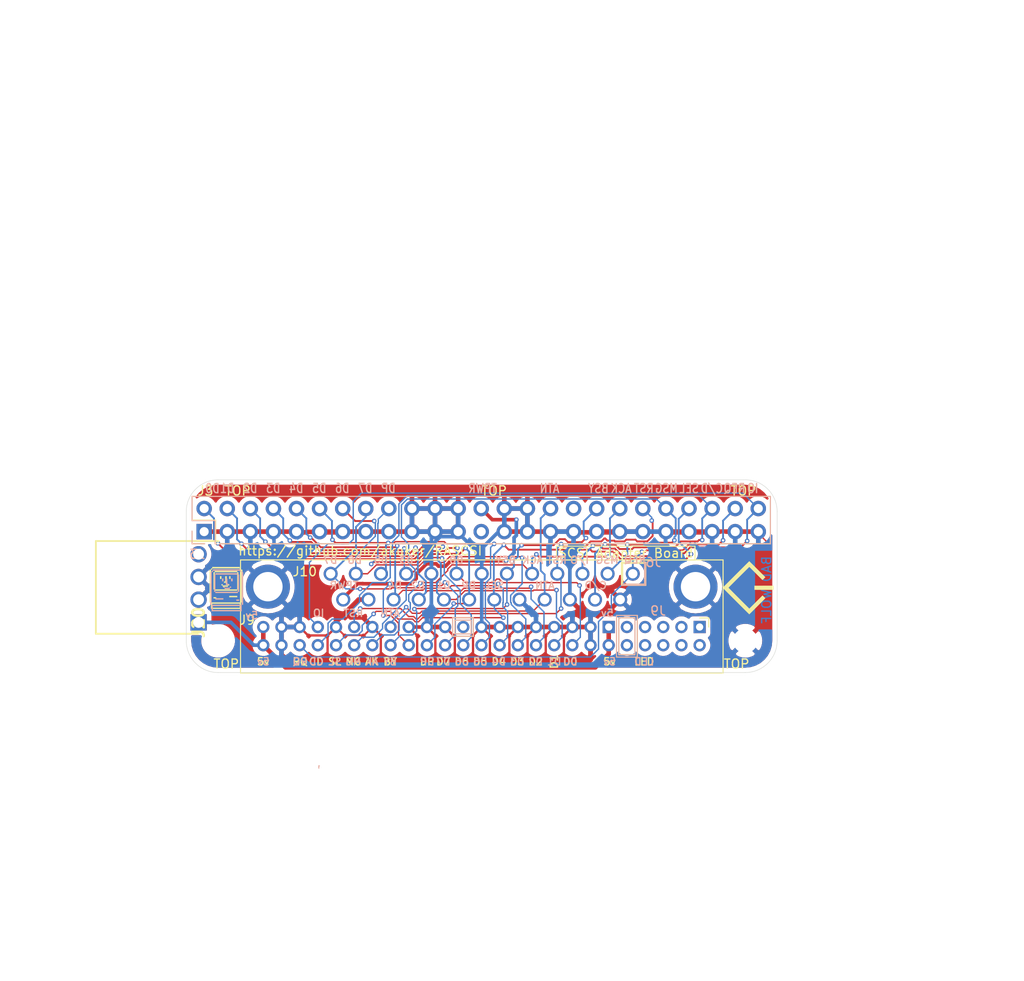
<source format=kicad_pcb>
(kicad_pcb (version 20171130) (host pcbnew "(5.1.9-16-g1737927814)-1")
  (layers (0 Top signal) (31 Bottom signal) (34 B.Paste user hide) (35 F.Paste user hide) (36 B.SilkS user) (37 F.SilkS user) (38 B.Mask user hide) (39 F.Mask user hide) (44 Edge.Cuts user))
  (net 0 "")
  (net 1 GND)
  (net 2 +5V)
  (net 3 C-REQ)
  (net 4 C-MSG)
  (net 5 C-BSY)
  (net 6 C-SEL)
  (net 7 C-RST)
  (net 8 C-ACK)
  (net 9 C-ATN)
  (net 10 C-DP)
  (net 11 C-D0)
  (net 12 C-D1)
  (net 13 C-D2)
  (net 14 C-D3)
  (net 15 C-D4)
  (net 16 C-D5)
  (net 17 C-D6)
  (net 18 C-D7)
  (net 19 C-I_O)
  (net 20 C-C_D)
  (net 21 TERMPOW)
  (module SamacSys_Parts:SHDRRA4W69P0X250_1X4_1000X1350X670P (layer Top) (at 175.854 92.98 90)
    (fp_text reference J20 (at 0 0 90) (layer F.SilkS) (effects (font (size 1.27 1.27) (thickness 0.254))))
    (fp_text value 171826-4 hide)
    (pad 4 thru_hole circle (at 7.5 0 90) (size 1.8 1.8) (drill 1.2) (layers *.Cu *.Mask))
    (pad 3 thru_hole circle (at 5 0 90) (size 1.8 1.8) (drill 1.2) (layers *.Cu *.Mask) (net 1 GND))
    (pad 2 thru_hole circle (at 2.5 0 90) (size 1.8 1.8) (drill 1.2) (layers *.Cu *.Mask) (net 1 GND))
    (pad 1 thru_hole rect (at 0 0 90) (size 1.8 1.8) (drill 1.2) (layers *.Cu *.Mask) (net 2 +5V))
  )
  (module SamacSys_Parts:scsi_logo (layer Top) (at 236.306 89.17)
    (fp_text reference X8 hide)
    (fp_text value Pi hide)
  )
  (module SamacSys_Parts:mac_happy_small (layer Bottom) (at 178.902 89.424 180)
    (fp_text reference X3 hide)
    (fp_text value Mac hide)
  )
  (module SamacSys_Parts:mac_happy_small (layer Top) (at 178.902 89.17)
    (fp_text reference X1 hide)
    (fp_text value Mac hide)
  )
  (module MountingHole:MountingHole_2.7mm_M2.5 (layer Top) (at 236 95)
    (fp_text reference H6)
    (fp_text value Hole6)
    (pad 1 np_thru_hole circle (at 0 0) (size 2.7 2.7) (drill 2.7) (layers *.Cu *.Mask))
  )
  (module MountingHole:MountingHole_2.7mm_M2.5 (layer Top) (at 177.886 95.012)
    (fp_text reference H5)
    (fp_text value Hole4)
    (pad "" np_thru_hole circle (at 0.114 -0.012) (size 2.7 2.7) (drill 2.7) (layers *.Cu *.Mask))
  )
  (module SamacSys_Parts:L717SDB25PA4CH4F (layer Bottom) (at 223.6216 87.63 180)
    (fp_text reference J6)
    (fp_text value "CONNFLY DB-25" hide)
    (pad MH2 thru_hole circle (at 40.14 -1.42 180) (size 4.845 4.845) (drill 3.23) (layers *.Cu *.Mask) (net 1 GND))
    (pad MH1 thru_hole circle (at -6.9 -1.42 180) (size 4.845 4.845) (drill 3.23) (layers *.Cu *.Mask) (net 1 GND))
    (pad 25 thru_hole circle (at 31.855 -2.84 180) (size 1.545 1.545) (drill 1.03) (layers *.Cu *.Mask) (net 21 TERMPOW))
    (pad 24 thru_hole circle (at 29.085 -2.84 180) (size 1.545 1.545) (drill 1.03) (layers *.Cu *.Mask) (net 1 GND))
    (pad 23 thru_hole circle (at 26.315 -2.84 180) (size 1.545 1.545) (drill 1.03) (layers *.Cu *.Mask) (net 15 C-D4))
    (pad 22 thru_hole circle (at 23.545 -2.84 180) (size 1.545 1.545) (drill 1.03) (layers *.Cu *.Mask) (net 13 C-D2))
    (pad 21 thru_hole circle (at 20.775 -2.84 180) (size 1.545 1.545) (drill 1.03) (layers *.Cu *.Mask) (net 12 C-D1))
    (pad 20 thru_hole circle (at 18.005 -2.84 180) (size 1.545 1.545) (drill 1.03) (layers *.Cu *.Mask) (net 10 C-DP))
    (pad 19 thru_hole circle (at 15.235 -2.84 180) (size 1.545 1.545) (drill 1.03) (layers *.Cu *.Mask) (net 6 C-SEL))
    (pad 18 thru_hole circle (at 12.465 -2.84 180) (size 1.545 1.545) (drill 1.03) (layers *.Cu *.Mask) (net 1 GND))
    (pad 17 thru_hole circle (at 9.695 -2.84 180) (size 1.545 1.545) (drill 1.03) (layers *.Cu *.Mask) (net 9 C-ATN))
    (pad 16 thru_hole circle (at 6.925 -2.84 180) (size 1.545 1.545) (drill 1.03) (layers *.Cu *.Mask) (net 1 GND))
    (pad 15 thru_hole circle (at 4.155 -2.84 180) (size 1.545 1.545) (drill 1.03) (layers *.Cu *.Mask) (net 20 C-C_D))
    (pad 14 thru_hole circle (at 1.385 -2.84 180) (size 1.545 1.545) (drill 1.03) (layers *.Cu *.Mask) (net 1 GND))
    (pad 13 thru_hole circle (at 33.24 0 180) (size 1.545 1.545) (drill 1.03) (layers *.Cu *.Mask) (net 18 C-D7))
    (pad 12 thru_hole circle (at 30.47 0 180) (size 1.545 1.545) (drill 1.03) (layers *.Cu *.Mask) (net 17 C-D6))
    (pad 11 thru_hole circle (at 27.7 0 180) (size 1.545 1.545) (drill 1.03) (layers *.Cu *.Mask) (net 16 C-D5))
    (pad 10 thru_hole circle (at 24.93 0 180) (size 1.545 1.545) (drill 1.03) (layers *.Cu *.Mask) (net 14 C-D3))
    (pad 9 thru_hole circle (at 22.16 0 180) (size 1.545 1.545) (drill 1.03) (layers *.Cu *.Mask) (net 1 GND))
    (pad 8 thru_hole circle (at 19.39 0 180) (size 1.545 1.545) (drill 1.03) (layers *.Cu *.Mask) (net 11 C-D0))
    (pad 7 thru_hole circle (at 16.62 0 180) (size 1.545 1.545) (drill 1.03) (layers *.Cu *.Mask) (net 1 GND))
    (pad 6 thru_hole circle (at 13.85 0 180) (size 1.545 1.545) (drill 1.03) (layers *.Cu *.Mask) (net 5 C-BSY))
    (pad 5 thru_hole circle (at 11.08 0 180) (size 1.545 1.545) (drill 1.03) (layers *.Cu *.Mask) (net 8 C-ACK))
    (pad 4 thru_hole circle (at 8.31 0 180) (size 1.545 1.545) (drill 1.03) (layers *.Cu *.Mask) (net 7 C-RST))
    (pad 3 thru_hole circle (at 5.54 0 180) (size 1.545 1.545) (drill 1.03) (layers *.Cu *.Mask) (net 19 C-I_O))
    (pad 2 thru_hole circle (at 2.77 0 180) (size 1.545 1.545) (drill 1.03) (layers *.Cu *.Mask) (net 4 C-MSG))
    (pad 1 thru_hole circle (at 0 0 180) (size 1.545 1.545) (drill 1.03) (layers *.Cu *.Mask) (net 3 C-REQ))
  )
  (module Connector_PinHeader_2.00mm:PinHeader_2x25_P2.00mm_Horizontal (layer Top) (at 230.972 93.488 270)
    (fp_text reference J9 hide)
    (fp_text value Conn_02x25_Odd_Even)
    (pad 50 thru_hole oval (at 2 48 270) (size 1.35 1.35) (drill 0.8) (layers *.Cu *.Mask) (net 2 +5V))
    (pad 49 thru_hole oval (at 0 48 270) (size 1.35 1.35) (drill 0.8) (layers *.Cu *.Mask) (net 2 +5V))
    (pad 48 thru_hole oval (at 2 46 270) (size 1.35 1.35) (drill 0.8) (layers *.Cu *.Mask) (net 1 GND))
    (pad 47 thru_hole oval (at 0 46 270) (size 1.35 1.35) (drill 0.8) (layers *.Cu *.Mask) (net 1 GND))
    (pad 46 thru_hole oval (at 2 44 270) (size 1.35 1.35) (drill 0.8) (layers *.Cu *.Mask) (net 3 C-REQ))
    (pad 45 thru_hole oval (at 0 44 270) (size 1.35 1.35) (drill 0.8) (layers *.Cu *.Mask) (net 1 GND))
    (pad 44 thru_hole oval (at 2 42 270) (size 1.35 1.35) (drill 0.8) (layers *.Cu *.Mask) (net 20 C-C_D))
    (pad 43 thru_hole oval (at 0 42 270) (size 1.35 1.35) (drill 0.8) (layers *.Cu *.Mask) (net 19 C-I_O))
    (pad 42 thru_hole oval (at 2 40 270) (size 1.35 1.35) (drill 0.8) (layers *.Cu *.Mask) (net 6 C-SEL))
    (pad 41 thru_hole oval (at 0 40 270) (size 1.35 1.35) (drill 0.8) (layers *.Cu *.Mask) (net 1 GND))
    (pad 40 thru_hole oval (at 2 38 270) (size 1.35 1.35) (drill 0.8) (layers *.Cu *.Mask) (net 4 C-MSG))
    (pad 39 thru_hole oval (at 0 38 270) (size 1.35 1.35) (drill 0.8) (layers *.Cu *.Mask) (net 7 C-RST))
    (pad 38 thru_hole oval (at 2 36 270) (size 1.35 1.35) (drill 0.8) (layers *.Cu *.Mask) (net 8 C-ACK))
    (pad 37 thru_hole oval (at 0 36 270) (size 1.35 1.35) (drill 0.8) (layers *.Cu *.Mask) (net 1 GND))
    (pad 36 thru_hole oval (at 2 34 270) (size 1.35 1.35) (drill 0.8) (layers *.Cu *.Mask) (net 5 C-BSY))
    (pad 35 thru_hole oval (at 0 34 270) (size 1.35 1.35) (drill 0.8) (layers *.Cu *.Mask) (net 9 C-ATN))
    (pad 34 thru_hole oval (at 2 32 270) (size 1.35 1.35) (drill 0.8) (layers *.Cu *.Mask) (net 21 TERMPOW))
    (pad 33 thru_hole oval (at 0 32 270) (size 1.35 1.35) (drill 0.8) (layers *.Cu *.Mask) (net 1 GND))
    (pad 32 thru_hole oval (at 2 30 270) (size 1.35 1.35) (drill 0.8) (layers *.Cu *.Mask) (net 10 C-DP))
    (pad 31 thru_hole oval (at 0 30 270) (size 1.35 1.35) (drill 0.8) (layers *.Cu *.Mask) (net 1 GND))
    (pad 30 thru_hole oval (at 2 28 270) (size 1.35 1.35) (drill 0.8) (layers *.Cu *.Mask) (net 18 C-D7))
    (pad 29 thru_hole oval (at 0 28 270) (size 1.35 1.35) (drill 0.8) (layers *.Cu *.Mask) (net 1 GND))
    (pad 28 thru_hole oval (at 2 26 270) (size 1.35 1.35) (drill 0.8) (layers *.Cu *.Mask) (net 17 C-D6))
    (pad 27 thru_hole oval (at 0 26 270) (size 1.35 1.35) (drill 0.8) (layers *.Cu *.Mask))
    (pad 26 thru_hole oval (at 2 24 270) (size 1.35 1.35) (drill 0.8) (layers *.Cu *.Mask) (net 16 C-D5))
    (pad 25 thru_hole oval (at 0 24 270) (size 1.35 1.35) (drill 0.8) (layers *.Cu *.Mask) (net 1 GND))
    (pad 24 thru_hole oval (at 2 22 270) (size 1.35 1.35) (drill 0.8) (layers *.Cu *.Mask) (net 15 C-D4))
    (pad 23 thru_hole oval (at 0 22 270) (size 1.35 1.35) (drill 0.8) (layers *.Cu *.Mask) (net 1 GND))
    (pad 22 thru_hole oval (at 2 20 270) (size 1.35 1.35) (drill 0.8) (layers *.Cu *.Mask) (net 14 C-D3))
    (pad 21 thru_hole oval (at 0 20 270) (size 1.35 1.35) (drill 0.8) (layers *.Cu *.Mask) (net 1 GND))
    (pad 20 thru_hole oval (at 2 18 270) (size 1.35 1.35) (drill 0.8) (layers *.Cu *.Mask) (net 13 C-D2))
    (pad 19 thru_hole oval (at 0 18 270) (size 1.35 1.35) (drill 0.8) (layers *.Cu *.Mask) (net 1 GND))
    (pad 18 thru_hole oval (at 2 16 270) (size 1.35 1.35) (drill 0.8) (layers *.Cu *.Mask) (net 12 C-D1))
    (pad 17 thru_hole oval (at 0 16 270) (size 1.35 1.35) (drill 0.8) (layers *.Cu *.Mask) (net 1 GND))
    (pad 16 thru_hole oval (at 2 14 270) (size 1.35 1.35) (drill 0.8) (layers *.Cu *.Mask) (net 11 C-D0))
    (pad 15 thru_hole oval (at 0 14 270) (size 1.35 1.35) (drill 0.8) (layers *.Cu *.Mask) (net 1 GND))
    (pad 14 thru_hole oval (at 2 12 270) (size 1.35 1.35) (drill 0.8) (layers *.Cu *.Mask) (net 1 GND))
    (pad 13 thru_hole oval (at 0 12 270) (size 1.35 1.35) (drill 0.8) (layers *.Cu *.Mask) (net 1 GND))
    (pad 12 thru_hole oval (at 2 10 270) (size 1.35 1.35) (drill 0.8) (layers *.Cu *.Mask) (net 2 +5V))
    (pad 11 thru_hole rect (at 0 10 270) (size 1.35 1.35) (drill 0.8) (layers *.Cu *.Mask) (net 2 +5V))
    (pad 10 thru_hole oval (at 2 8 270) (size 1.35 1.35) (drill 0.8) (layers *.Cu *.Mask))
    (pad 9 thru_hole oval (at 0 8 270) (size 1.35 1.35) (drill 0.8) (layers *.Cu *.Mask))
    (pad 8 thru_hole oval (at 2 6 270) (size 1.35 1.35) (drill 0.8) (layers *.Cu *.Mask))
    (pad 7 thru_hole oval (at 0 6 270) (size 1.35 1.35) (drill 0.8) (layers *.Cu *.Mask))
    (pad 6 thru_hole oval (at 2 4 270) (size 1.35 1.35) (drill 0.8) (layers *.Cu *.Mask))
    (pad 5 thru_hole oval (at 0 4 270) (size 1.35 1.35) (drill 0.8) (layers *.Cu *.Mask))
    (pad 4 thru_hole oval (at 2 2 270) (size 1.35 1.35) (drill 0.8) (layers *.Cu *.Mask))
    (pad 3 thru_hole oval (at 0 2 270) (size 1.35 1.35) (drill 0.8) (layers *.Cu *.Mask))
    (pad 2 thru_hole oval (at 2 0 270) (size 1.35 1.35) (drill 0.8) (layers *.Cu *.Mask))
    (pad 1 thru_hole rect (at 0 0 270) (size 1.35 1.35) (drill 0.8) (layers *.Cu *.Mask))
  )
  (module Connector_PinHeader_2.54mm:PinHeader_2x25_P2.54mm_Vertical (layer Top) (at 176.4665 82.9945 90)
    (fp_text reference J3 (at 4.4925 0.1495 180) (layer F.SilkS))
    (fp_text value Conn_02x25_Odd_Even)
    (pad 50 thru_hole oval (at 2.54 60.96 90) (size 1.7 1.7) (drill 1) (layers *.Cu *.Mask) (net 19 C-I_O))
    (pad 49 thru_hole oval (at 0 60.96 90) (size 1.7 1.7) (drill 1) (layers *.Cu *.Mask) (net 1 GND))
    (pad 48 thru_hole oval (at 2.54 58.42 90) (size 1.7 1.7) (drill 1) (layers *.Cu *.Mask) (net 3 C-REQ))
    (pad 47 thru_hole oval (at 0 58.42 90) (size 1.7 1.7) (drill 1) (layers *.Cu *.Mask) (net 1 GND))
    (pad 46 thru_hole oval (at 2.54 55.88 90) (size 1.7 1.7) (drill 1) (layers *.Cu *.Mask) (net 20 C-C_D))
    (pad 45 thru_hole oval (at 0 55.88 90) (size 1.7 1.7) (drill 1) (layers *.Cu *.Mask) (net 1 GND))
    (pad 44 thru_hole oval (at 2.54 53.34 90) (size 1.7 1.7) (drill 1) (layers *.Cu *.Mask) (net 6 C-SEL))
    (pad 43 thru_hole oval (at 0 53.34 90) (size 1.7 1.7) (drill 1) (layers *.Cu *.Mask) (net 1 GND))
    (pad 42 thru_hole oval (at 2.54 50.8 90) (size 1.7 1.7) (drill 1) (layers *.Cu *.Mask) (net 4 C-MSG))
    (pad 41 thru_hole oval (at 0 50.8 90) (size 1.7 1.7) (drill 1) (layers *.Cu *.Mask) (net 1 GND))
    (pad 40 thru_hole oval (at 2.54 48.26 90) (size 1.7 1.7) (drill 1) (layers *.Cu *.Mask) (net 7 C-RST))
    (pad 39 thru_hole oval (at 0 48.26 90) (size 1.7 1.7) (drill 1) (layers *.Cu *.Mask) (net 1 GND))
    (pad 38 thru_hole oval (at 2.54 45.72 90) (size 1.7 1.7) (drill 1) (layers *.Cu *.Mask) (net 8 C-ACK))
    (pad 37 thru_hole oval (at 0 45.72 90) (size 1.7 1.7) (drill 1) (layers *.Cu *.Mask) (net 1 GND))
    (pad 36 thru_hole oval (at 2.54 43.18 90) (size 1.7 1.7) (drill 1) (layers *.Cu *.Mask) (net 5 C-BSY))
    (pad 35 thru_hole oval (at 0 43.18 90) (size 1.7 1.7) (drill 1) (layers *.Cu *.Mask) (net 1 GND))
    (pad 34 thru_hole oval (at 2.54 40.64 90) (size 1.7 1.7) (drill 1) (layers *.Cu *.Mask))
    (pad 33 thru_hole oval (at 0 40.64 90) (size 1.7 1.7) (drill 1) (layers *.Cu *.Mask) (net 1 GND))
    (pad 32 thru_hole oval (at 2.54 38.1 90) (size 1.7 1.7) (drill 1) (layers *.Cu *.Mask) (net 9 C-ATN))
    (pad 31 thru_hole oval (at 0 38.1 90) (size 1.7 1.7) (drill 1) (layers *.Cu *.Mask) (net 1 GND))
    (pad 30 thru_hole oval (at 2.54 35.56 90) (size 1.7 1.7) (drill 1) (layers *.Cu *.Mask) (net 1 GND))
    (pad 29 thru_hole oval (at 0 35.56 90) (size 1.7 1.7) (drill 1) (layers *.Cu *.Mask) (net 1 GND))
    (pad 28 thru_hole oval (at 2.54 33.02 90) (size 1.7 1.7) (drill 1) (layers *.Cu *.Mask) (net 1 GND))
    (pad 27 thru_hole oval (at 0 33.02 90) (size 1.7 1.7) (drill 1) (layers *.Cu *.Mask) (net 1 GND))
    (pad 26 thru_hole oval (at 2.54 30.48 90) (size 1.7 1.7) (drill 1) (layers *.Cu *.Mask) (net 21 TERMPOW))
    (pad 25 thru_hole oval (at 0 30.48 90) (size 1.7 1.7) (drill 1) (layers *.Cu *.Mask))
    (pad 24 thru_hole oval (at 2.54 27.94 90) (size 1.7 1.7) (drill 1) (layers *.Cu *.Mask) (net 1 GND))
    (pad 23 thru_hole oval (at 0 27.94 90) (size 1.7 1.7) (drill 1) (layers *.Cu *.Mask) (net 1 GND))
    (pad 22 thru_hole oval (at 2.54 25.4 90) (size 1.7 1.7) (drill 1) (layers *.Cu *.Mask) (net 1 GND))
    (pad 21 thru_hole oval (at 0 25.4 90) (size 1.7 1.7) (drill 1) (layers *.Cu *.Mask) (net 1 GND))
    (pad 20 thru_hole oval (at 2.54 22.86 90) (size 1.7 1.7) (drill 1) (layers *.Cu *.Mask) (net 1 GND))
    (pad 19 thru_hole oval (at 0 22.86 90) (size 1.7 1.7) (drill 1) (layers *.Cu *.Mask) (net 1 GND))
    (pad 18 thru_hole oval (at 2.54 20.32 90) (size 1.7 1.7) (drill 1) (layers *.Cu *.Mask) (net 10 C-DP))
    (pad 17 thru_hole oval (at 0 20.32 90) (size 1.7 1.7) (drill 1) (layers *.Cu *.Mask) (net 1 GND))
    (pad 16 thru_hole oval (at 2.54 17.78 90) (size 1.7 1.7) (drill 1) (layers *.Cu *.Mask) (net 18 C-D7))
    (pad 15 thru_hole oval (at 0 17.78 90) (size 1.7 1.7) (drill 1) (layers *.Cu *.Mask) (net 1 GND))
    (pad 14 thru_hole oval (at 2.54 15.24 90) (size 1.7 1.7) (drill 1) (layers *.Cu *.Mask) (net 17 C-D6))
    (pad 13 thru_hole oval (at 0 15.24 90) (size 1.7 1.7) (drill 1) (layers *.Cu *.Mask) (net 1 GND))
    (pad 12 thru_hole oval (at 2.54 12.7 90) (size 1.7 1.7) (drill 1) (layers *.Cu *.Mask) (net 16 C-D5))
    (pad 11 thru_hole oval (at 0 12.7 90) (size 1.7 1.7) (drill 1) (layers *.Cu *.Mask) (net 1 GND))
    (pad 10 thru_hole oval (at 2.54 10.16 90) (size 1.7 1.7) (drill 1) (layers *.Cu *.Mask) (net 15 C-D4))
    (pad 9 thru_hole oval (at 0 10.16 90) (size 1.7 1.7) (drill 1) (layers *.Cu *.Mask) (net 1 GND))
    (pad 8 thru_hole oval (at 2.54 7.62 90) (size 1.7 1.7) (drill 1) (layers *.Cu *.Mask) (net 14 C-D3))
    (pad 7 thru_hole oval (at 0 7.62 90) (size 1.7 1.7) (drill 1) (layers *.Cu *.Mask) (net 1 GND))
    (pad 6 thru_hole oval (at 2.54 5.08 90) (size 1.7 1.7) (drill 1) (layers *.Cu *.Mask) (net 13 C-D2))
    (pad 5 thru_hole oval (at 0 5.08 90) (size 1.7 1.7) (drill 1) (layers *.Cu *.Mask) (net 1 GND))
    (pad 4 thru_hole oval (at 2.54 2.54 90) (size 1.7 1.7) (drill 1) (layers *.Cu *.Mask) (net 12 C-D1))
    (pad 3 thru_hole oval (at 0 2.54 90) (size 1.7 1.7) (drill 1) (layers *.Cu *.Mask) (net 1 GND))
    (pad 2 thru_hole oval (at 2.54 0 90) (size 1.7 1.7) (drill 1) (layers *.Cu *.Mask) (net 11 C-D0))
    (pad 1 thru_hole rect (at 0 0 90) (size 1.7 1.7) (drill 1) (layers *.Cu *.Mask) (net 1 GND))
  )
  (gr_text "TOP\n" (at 235.036 97.552) (layer F.SilkS) (effects (font (size 1 1))))
  (gr_text "TOP\n" (at 178.902 97.552) (layer F.SilkS) (effects (font (size 1 1))))
  (gr_text "TOP\n" (at 208.366 78.502) (layer F.SilkS) (effects (font (size 1 1))))
  (gr_text "TOP\n" (at 180.172 78.502) (layer F.SilkS) (effects (font (size 1 1))))
  (gr_text "TOP\n" (at 235.798 78.502) (layer F.SilkS) (effects (font (size 1 1))))
  (gr_text "BAD WOLF" (at 238.338 89.424 90) (layer Bottom) (effects (font (size 1 1)) (justify mirror)))
  (gr_line (start 215.224 86.122) (end 215.224 84.598) (layer F.SilkS) (width 0.12))
  (gr_line (start 230.464 86.122) (end 215.224 86.122) (layer F.SilkS) (width 0.12))
  (gr_line (start 230.464 84.598) (end 230.464 86.122) (layer F.SilkS) (width 0.12))
  (gr_line (start 215.224 84.598) (end 230.464 84.598) (layer F.SilkS) (width 0.12))
  (gr_text "SCSI Adapter Board" (at 222.844 85.36) (layer F.SilkS) (effects (font (size 1 1))))
  (gr_text J9 (at 226.4 91.71) (layer B.SilkS) (effects (font (size 1 1)) (justify mirror)))
  (gr_text J10 (at 187.538 87.392) (layer F.SilkS) (effects (font (size 1 1))))
  (gr_text J9 (at 181.188 92.726) (layer F.SilkS) (effects (font (size 1 1))))
  (gr_line (start 203.794 94.504) (end 203.794 92.472) (layer B.SilkS) (width 0.12))
  (gr_line (start 206.08 94.504) (end 203.794 94.504) (layer B.SilkS) (width 0.12))
  (gr_line (start 206.08 92.472) (end 206.08 94.504) (layer B.SilkS) (width 0.12))
  (gr_line (start 203.794 92.472) (end 206.08 92.472) (layer B.SilkS) (width 0.12))
  (gr_line (start 204.048 94.25) (end 204.048 92.726) (layer B.SilkS) (width 0.12))
  (gr_line (start 205.826 94.25) (end 204.048 94.25) (layer B.SilkS) (width 0.12))
  (gr_line (start 205.826 92.726) (end 205.826 94.25) (layer B.SilkS) (width 0.12))
  (gr_line (start 204.048 92.726) (end 205.826 92.726) (layer B.SilkS) (width 0.12))
  (gr_line (start 221.828 92.218) (end 224.114 92.218) (layer B.SilkS) (width 0.12))
  (gr_line (start 221.828 96.79) (end 221.828 92.218) (layer B.SilkS) (width 0.12))
  (gr_line (start 224.114 96.79) (end 221.828 96.79) (layer B.SilkS) (width 0.12))
  (gr_line (start 224.114 92.218) (end 224.114 96.79) (layer B.SilkS) (width 0.12))
  (gr_line (start 222.082 96.536) (end 222.082 92.472) (layer B.SilkS) (width 0.12))
  (gr_line (start 223.86 96.536) (end 222.082 96.536) (layer B.SilkS) (width 0.12))
  (gr_line (start 223.86 92.472) (end 223.86 96.536) (layer B.SilkS) (width 0.12))
  (gr_line (start 222.082 92.472) (end 223.86 92.472) (layer B.SilkS) (width 0.12))
  (gr_line (start 221.828 96.79) (end 221.828 92.218) (layer F.SilkS) (width 0.12))
  (gr_line (start 224.114 96.79) (end 221.828 96.79) (layer F.SilkS) (width 0.12))
  (gr_line (start 224.114 92.218) (end 224.114 96.79) (layer F.SilkS) (width 0.12))
  (gr_line (start 221.828 92.218) (end 224.114 92.218) (layer F.SilkS) (width 0.12))
  (gr_line (start 222.082 96.536) (end 222.082 92.472) (layer F.SilkS) (width 0.12))
  (gr_line (start 223.86 96.536) (end 222.082 96.536) (layer F.SilkS) (width 0.12))
  (gr_line (start 223.86 92.472) (end 223.86 96.536) (layer F.SilkS) (width 0.12))
  (gr_line (start 222.082 92.472) (end 223.86 92.472) (layer F.SilkS) (width 0.12))
  (gr_line (start 204.048 94.25) (end 204.048 92.726) (layer F.SilkS) (width 0.12))
  (gr_line (start 205.826 94.25) (end 204.048 94.25) (layer F.SilkS) (width 0.12))
  (gr_line (start 205.826 92.726) (end 205.826 94.25) (layer F.SilkS) (width 0.12))
  (gr_line (start 204.048 92.726) (end 205.826 92.726) (layer F.SilkS) (width 0.12))
  (gr_line (start 203.794 94.504) (end 203.794 92.472) (layer F.SilkS) (width 0.12))
  (gr_line (start 206.08 94.504) (end 203.794 94.504) (layer F.SilkS) (width 0.12))
  (gr_line (start 206.08 92.472) (end 206.08 94.504) (layer F.SilkS) (width 0.12))
  (gr_line (start 203.794 92.472) (end 206.08 92.472) (layer F.SilkS) (width 0.12))
  (gr_text LED (at 224.876 97.298) (layer F.SilkS) (effects (font (size 0.8 0.8))))
  (gr_text DP (at 201 97.298) (layer F.SilkS) (effects (font (size 0.8 0.8))))
  (gr_text D5 (at 206.842 97.298) (layer F.SilkS) (effects (font (size 0.8 0.8))))
  (gr_text D1 (at 214.97 97.298 90) (layer F.SilkS) (effects (font (size 0.8 0.8))))
  (gr_text D0 (at 216.748 97.298) (layer F.SilkS) (effects (font (size 0.8 0.8))))
  (gr_text D2 (at 212.938 97.298) (layer F.SilkS) (effects (font (size 0.8 0.8))))
  (gr_text D3 (at 210.906 97.298) (layer F.SilkS) (effects (font (size 0.8 0.8))))
  (gr_text D4 (at 208.874 97.298) (layer F.SilkS) (effects (font (size 0.8 0.8))))
  (gr_text D7 (at 202.778 97.298) (layer F.SilkS) (effects (font (size 0.8 0.8))))
  (gr_text D6 (at 204.81 97.298) (layer F.SilkS) (effects (font (size 0.8 0.8))))
  (gr_text BY (at 196.936 97.298) (layer F.SilkS) (effects (font (size 0.8 0.8))))
  (gr_text AK (at 194.904 97.298) (layer F.SilkS) (effects (font (size 0.8 0.8))))
  (gr_text 5v (at 221.066 97.298) (layer F.SilkS) (effects (font (size 0.8 0.8))))
  (gr_text MG (at 192.872 97.298) (layer F.SilkS) (effects (font (size 0.8 0.8))))
  (gr_text 5v (at 182.966 97.298) (layer F.SilkS) (effects (font (size 0.8 0.8))))
  (gr_text CD (at 188.808 97.298) (layer F.SilkS) (effects (font (size 0.8 0.8))))
  (gr_text RQ (at 187.03 97.298) (layer F.SilkS) (effects (font (size 0.8 0.8))))
  (gr_text SL (at 190.84 97.298) (layer F.SilkS) (effects (font (size 0.8 0.8))))
  (gr_text ATN (at 196.936 91.964) (layer B.SilkS) (effects (font (size 0.8 0.8)) (justify mirror)))
  (gr_text RST (at 192.872 91.964) (layer B.SilkS) (effects (font (size 0.8 0.8)) (justify mirror)))
  (gr_text IO (at 189.062 91.964) (layer B.SilkS) (effects (font (size 0.8 0.8)) (justify mirror)))
  (gr_text 5v (at 181.696 92.218) (layer B.SilkS) (effects (font (size 0.8 0.8)) (justify mirror)))
  (gr_text 5v (at 220.812 91.964) (layer B.SilkS) (effects (font (size 0.8 0.8)) (justify mirror)))
  (gr_text LED (at 224.876 97.298) (layer B.SilkS) (effects (font (size 0.8 0.8)) (justify mirror)))
  (gr_text 5v (at 221.066 97.298) (layer B.SilkS) (effects (font (size 0.8 0.8)) (justify mirror)))
  (gr_text 5v (at 182.966 97.298) (layer B.SilkS) (effects (font (size 0.8 0.8)) (justify mirror)))
  (gr_text RQ (at 187.03 97.298) (layer B.SilkS) (effects (font (size 0.8 0.8)) (justify mirror)))
  (gr_text CD (at 188.808 97.298) (layer B.SilkS) (effects (font (size 0.8 0.8)) (justify mirror)))
  (gr_text SL (at 190.84 97.298) (layer B.SilkS) (effects (font (size 0.8 0.8)) (justify mirror)))
  (gr_text MG (at 192.872 97.298) (layer B.SilkS) (effects (font (size 0.8 0.8)) (justify mirror)))
  (gr_text AK (at 194.904 97.298) (layer B.SilkS) (effects (font (size 0.8 0.8)) (justify mirror)))
  (gr_text BY (at 196.936 97.298) (layer B.SilkS) (effects (font (size 0.8 0.8)) (justify mirror)))
  (gr_text D0 (at 216.748 97.298) (layer B.SilkS) (effects (font (size 0.8 0.8)) (justify mirror)))
  (gr_text D1 (at 214.97 97.298) (layer B.SilkS) (effects (font (size 0.8 0.8)) (justify mirror)))
  (gr_text D2 (at 212.938 97.298) (layer B.SilkS) (effects (font (size 0.8 0.8)) (justify mirror)))
  (gr_text D3 (at 210.906 97.298) (layer B.SilkS) (effects (font (size 0.8 0.8)) (justify mirror)))
  (gr_text D4 (at 208.874 97.298) (layer B.SilkS) (effects (font (size 0.8 0.8)) (justify mirror)))
  (gr_text D5 (at 206.842 97.298) (layer B.SilkS) (effects (font (size 0.8 0.8)) (justify mirror)))
  (gr_text D6 (at 204.81 97.298) (layer B.SilkS) (effects (font (size 0.8 0.8)) (justify mirror)))
  (gr_text D7 (at 202.778 97.298) (layer B.SilkS) (effects (font (size 0.8 0.8)) (justify mirror)))
  (gr_text DP (at 201 97.298) (layer B.SilkS) (effects (font (size 0.8 0.8)) (justify mirror)))
  (gr_text I/O (at 217.764 86.122) (layer B.SilkS) (effects (font (size 0.8 0.8)) (justify mirror)))
  (gr_text RST (at 215.265 86.122) (layer B.SilkS) (effects (font (size 0.8 0.8)) (justify mirror)))
  (gr_text SEL (at 208.366 88.916) (layer B.SilkS) (effects (font (size 0.8 0.8)) (justify mirror)))
  (gr_text D0 (at 204.216 86.122) (layer B.SilkS) (effects (font (size 0.8 0.8)) (justify mirror)))
  (gr_text D5 (at 195.92 86.122) (layer B.SilkS) (effects (font (size 0.8 0.8)) (justify mirror)))
  (gr_text BSY (at 209.636 86.122) (layer B.SilkS) (effects (font (size 0.8 0.8)) (justify mirror)))
  (gr_text D6 (at 193.04 86.122) (layer B.SilkS) (effects (font (size 0.8 0.8)) (justify mirror)))
  (gr_text D1 (at 202.778 88.916) (layer B.SilkS) (effects (font (size 0.8 0.8)) (justify mirror)))
  (gr_text D4 (at 197.444 88.916) (layer B.SilkS) (effects (font (size 0.8 0.8)) (justify mirror)))
  (gr_text D2 (at 199.984 88.916) (layer B.SilkS) (effects (font (size 0.8 0.8)) (justify mirror)))
  (gr_text MSG (at 220.812 86.122) (layer B.SilkS) (effects (font (size 0.8 0.8)) (justify mirror)))
  (gr_text TPWR (at 191.856 88.916) (layer B.SilkS) (effects (font (size 0.8 0.8)) (justify mirror)))
  (gr_text D3 (at 198.714 86.122) (layer B.SilkS) (effects (font (size 0.8 0.8)) (justify mirror)))
  (gr_text C/D (at 219.542 88.916) (layer B.SilkS) (effects (font (size 0.8 0.8)) (justify mirror)))
  (gr_text ACK (at 212.598 86.125096) (layer B.SilkS) (effects (font (size 0.8 0.8)) (justify mirror)))
  (gr_text ATN (at 213.954 88.916) (layer B.SilkS) (effects (font (size 0.8 0.8)) (justify mirror)))
  (gr_text DP (at 205.572 88.916) (layer B.SilkS) (effects (font (size 0.8 0.8)) (justify mirror)))
  (gr_text D7 (at 190.332 86.122) (layer B.SilkS) (effects (font (size 0.8 0.8)) (justify mirror)))
  (gr_text REQ (at 223.86 86.087) (layer B.SilkS) (effects (font (size 0.8 0.8)) (justify mirror)))
  (gr_text IO (at 236.814 78.248) (layer B.SilkS) (effects (font (size 1 0.8)) (justify mirror)))
  (gr_text REQ (at 234.804852 78.248) (layer B.SilkS) (effects (font (size 1 0.8)) (justify mirror)))
  (gr_text C/D (at 232.31021 78.248) (layer B.SilkS) (effects (font (size 1 0.8)) (justify mirror)))
  (gr_text SEL (at 229.815568 78.248) (layer B.SilkS) (effects (font (size 1 0.8)) (justify mirror)))
  (gr_text MSG (at 227.320926 78.248) (layer B.SilkS) (effects (font (size 1 0.8)) (justify mirror)))
  (gr_text RST (at 224.826284 78.248) (layer B.SilkS) (effects (font (size 1 0.8)) (justify mirror)))
  (gr_text ACK (at 222.331642 78.248) (layer B.SilkS) (effects (font (size 1 0.8)) (justify mirror)))
  (gr_text BSY (at 219.837 78.248) (layer B.SilkS) (effects (font (size 1 0.8)) (justify mirror)))
  (gr_text ATN (at 214.462 78.248) (layer B.SilkS) (effects (font (size 1 0.8)) (justify mirror)))
  (gr_text TPWR (at 207.096 78.248) (layer B.SilkS) (effects (font (size 1 0.8)) (justify mirror)))
  (gr_text DP (at 196.723 78.232) (layer B.SilkS) (effects (font (size 1 0.8)) (justify mirror)))
  (gr_text D7 (at 194.190934 78.232) (layer B.SilkS) (effects (font (size 1 0.8)) (justify mirror)))
  (gr_text D6 (at 191.658872 78.232) (layer B.SilkS) (effects (font (size 1 0.8)) (justify mirror)))
  (gr_text D5 (at 189.12681 78.232) (layer B.SilkS) (effects (font (size 1 0.8)) (justify mirror)))
  (gr_text D4 (at 186.594748 78.232) (layer B.SilkS) (effects (font (size 1 0.8)) (justify mirror)))
  (gr_text D3 (at 184.062686 78.232) (layer B.SilkS) (effects (font (size 1 0.8)) (justify mirror)))
  (gr_text D2 (at 181.530624 78.232) (layer B.SilkS) (effects (font (size 1 0.8)) (justify mirror)))
  (gr_text D1 (at 178.998562 78.232) (layer B.SilkS) (effects (font (size 1 0.8)) (justify mirror)))
  (gr_text D0 (at 177.378 78.248) (layer B.SilkS) (effects (font (size 1 0.8)) (justify mirror)))
  (gr_text J3 (at 175.7045 85.471) (layer B.SilkS) (effects (font (size 1 1)) (justify mirror)))
  (gr_text J6 (at 225.892 86.376) (layer B.SilkS) (effects (font (size 1 1)) (justify mirror)))
  (gr_text https://github.com/akuker/RASCSI (at 193.634 85.106) (layer F.SilkS) (effects (font (size 1 1))))
  (gr_line (start 189.143 108.763) (end 189.0795 108.763) (layer B.SilkS) (width 0.12))
  (gr_line (start 189.0795 108.763) (end 189.0795 109.017) (layer B.SilkS) (width 0.12))
  (gr_line (start 222.504 88.773) (end 224.917 88.773) (layer B.SilkS) (width 0.12))
  (gr_line (start 224.917 88.773) (end 224.917 86.487) (layer B.SilkS) (width 0.12))
  (gr_line (start 222.377 88.9) (end 225.044 88.9) (layer B.SilkS) (width 0.12))
  (gr_line (start 225.044 88.9) (end 225.044 86.36) (layer B.SilkS) (width 0.12))
  (gr_line (start 222.504 88.773) (end 222.504 86.487) (layer F.SilkS) (width 0.12))
  (gr_line (start 224.917 88.773) (end 222.504 88.773) (layer F.SilkS) (width 0.12))
  (gr_line (start 224.917 86.487) (end 224.917 88.773) (layer F.SilkS) (width 0.12))
  (gr_line (start 222.504 86.487) (end 224.917 86.487) (layer F.SilkS) (width 0.12))
  (gr_line (start 222.377 88.9) (end 222.377 86.36) (layer F.SilkS) (width 0.12))
  (gr_line (start 225.044 88.9) (end 222.377 88.9) (layer F.SilkS) (width 0.12))
  (gr_line (start 225.044 86.36) (end 225.044 88.9) (layer F.SilkS) (width 0.12))
  (gr_line (start 222.377 86.36) (end 225.044 86.36) (layer F.SilkS) (width 0.12))
  (gr_line (start 233.553 86.106) (end 180.467 86.106) (layer F.SilkS) (width 0.12))
  (gr_line (start 233.553 98.552) (end 233.553 86.106) (layer F.SilkS) (width 0.12))
  (gr_line (start 180.467 98.552) (end 233.553 98.552) (layer F.SilkS) (width 0.12))
  (gr_line (start 180.467 86.106) (end 180.467 98.552) (layer F.SilkS) (width 0.12))
  (gr_line (start 238.76 84.328) (end 177.673 84.328) (layer B.SilkS) (width 0.12))
  (gr_line (start 238.76 79.121) (end 238.76 84.328) (layer B.SilkS) (width 0.12))
  (gr_line (start 175.133 79.121) (end 238.76 79.121) (layer B.SilkS) (width 0.12))
  (gr_line (start 175.133 81.788) (end 175.133 79.121) (layer B.SilkS) (width 0.12))
  (gr_line (start 177.673 81.788) (end 175.133 81.788) (layer B.SilkS) (width 0.12))
  (gr_line (start 177.673 84.328) (end 177.673 81.788) (layer B.SilkS) (width 0.12))
  (gr_line (start 175.133 84.328) (end 176.53 84.328) (layer B.SilkS) (width 0.12))
  (gr_line (start 175.133 82.931) (end 175.133 84.328) (layer B.SilkS) (width 0.12))
  (gr_line (start 178 98.496) (end 236 98.496) (layer Edge.Cuts) (width 0.05))
  (gr_arc (start 178 94.996) (end 174.5 94.996) (angle -90) (layer Edge.Cuts) (width 0.05))
  (gr_arc (start 236 94.996) (end 236 98.496) (angle -90) (layer Edge.Cuts) (width 0.05))
  (gr_line (start 174.5 80.798) (end 174.5 94.996) (layer Edge.Cuts) (width 0.05))
  (gr_line (start 239.5 80.798) (end 239.5 94.996) (layer Edge.Cuts) (width 0.05))
  (gr_line (start 178 77.298) (end 236 77.298) (layer Edge.Cuts) (width 0.05))
  (gr_arc (start 178 80.798) (end 178 77.298) (angle -90) (layer Edge.Cuts) (width 0.05))
  (gr_arc (start 236 80.798) (end 239.5 80.798) (angle -90) (layer Edge.Cuts) (width 0.05))
  (segment (start 216.6966 84.606481) (end 216.6966 90.47) (width 0.4) (layer Bottom) (net 1))
  (segment (start 217.1065 84.196581) (end 216.6966 84.606481) (width 0.4) (layer Bottom) (net 1))
  (segment (start 217.1065 82.9945) (end 217.1065 84.196581) (width 0.4) (layer Bottom) (net 1))
  (segment (start 209.4865 82.9945) (end 208.861536 82.9945) (width 0.4) (layer Bottom) (net 1))
  (segment (start 207.0016 84.854436) (end 207.0016 87.63) (width 0.4) (layer Bottom) (net 1))
  (segment (start 208.861536 82.9945) (end 207.0016 84.854436) (width 0.4) (layer Bottom) (net 1))
  (segment (start 201.4616 83.3994) (end 201.4616 87.63) (width 0.4) (layer Bottom) (net 1))
  (segment (start 201.8665 82.9945) (end 201.4616 83.3994) (width 0.4) (layer Bottom) (net 1))
  (segment (start 187.899001 94.415001) (end 190.044999 94.415001) (width 0.25) (layer Top) (net 1))
  (segment (start 186.972 93.488) (end 187.899001 94.415001) (width 0.25) (layer Top) (net 1))
  (segment (start 198.972 93.488) (end 200.972 93.488) (width 0.4) (layer Top) (net 1))
  (segment (start 194.069999 94.390001) (end 194.972 93.488) (width 0.2) (layer Top) (net 1))
  (segment (start 191.874001 94.390001) (end 194.069999 94.390001) (width 0.2) (layer Top) (net 1))
  (segment (start 190.972 93.488) (end 191.874001 94.390001) (width 0.2) (layer Top) (net 1))
  (segment (start 184.972 95.488) (end 184.972 96.51) (width 0.5) (layer Top) (net 1))
  (segment (start 184.972 96.51) (end 185.76 97.298) (width 0.5) (layer Top) (net 1))
  (segment (start 190.044999 97.264999) (end 190.078 97.298) (width 0.25) (layer Top) (net 1))
  (segment (start 190.044999 94.415001) (end 190.044999 97.264999) (width 0.25) (layer Top) (net 1))
  (segment (start 190.972 93.488) (end 190.044999 94.415001) (width 0.25) (layer Top) (net 1))
  (segment (start 185.76 97.298) (end 190.078 97.298) (width 0.5) (layer Top) (net 1))
  (segment (start 195.899001 97.064999) (end 195.666 97.298) (width 0.25) (layer Top) (net 1))
  (segment (start 195.899001 94.415001) (end 195.899001 97.064999) (width 0.25) (layer Top) (net 1))
  (segment (start 194.972 93.488) (end 195.899001 94.415001) (width 0.25) (layer Top) (net 1))
  (segment (start 190.078 97.298) (end 195.666 97.298) (width 0.5) (layer Top) (net 1))
  (segment (start 199.899001 97.128999) (end 199.73 97.298) (width 0.25) (layer Top) (net 1))
  (segment (start 199.899001 94.415001) (end 199.899001 97.128999) (width 0.25) (layer Top) (net 1))
  (segment (start 198.972 93.488) (end 199.899001 94.415001) (width 0.25) (layer Top) (net 1))
  (segment (start 195.666 97.298) (end 199.73 97.298) (width 0.5) (layer Top) (net 1))
  (segment (start 204.044999 97.047001) (end 203.794 97.298) (width 0.25) (layer Top) (net 1))
  (segment (start 204.044999 94.560999) (end 204.044999 97.047001) (width 0.25) (layer Top) (net 1))
  (segment (start 202.972 93.488) (end 204.044999 94.560999) (width 0.25) (layer Top) (net 1))
  (segment (start 201.899001 97.160999) (end 201.762 97.298) (width 0.25) (layer Top) (net 1))
  (segment (start 201.899001 94.415001) (end 201.899001 97.160999) (width 0.25) (layer Top) (net 1))
  (segment (start 200.972 93.488) (end 201.899001 94.415001) (width 0.25) (layer Top) (net 1))
  (segment (start 201.762 97.298) (end 203.794 97.298) (width 0.5) (layer Top) (net 1))
  (segment (start 199.73 97.298) (end 201.762 97.298) (width 0.5) (layer Top) (net 1))
  (segment (start 207.899001 97.256999) (end 207.858 97.298) (width 0.25) (layer Top) (net 1))
  (segment (start 206.972 93.488) (end 207.899001 94.415001) (width 0.25) (layer Top) (net 1))
  (segment (start 207.899001 94.415001) (end 207.899001 97.256999) (width 0.25) (layer Top) (net 1))
  (segment (start 206.044999 97.008999) (end 206.334 97.298) (width 0.25) (layer Top) (net 1))
  (segment (start 206.044999 94.415001) (end 206.044999 97.008999) (width 0.25) (layer Top) (net 1))
  (segment (start 206.972 93.488) (end 206.044999 94.415001) (width 0.25) (layer Top) (net 1))
  (segment (start 206.334 97.298) (end 207.858 97.298) (width 0.5) (layer Top) (net 1))
  (segment (start 203.794 97.298) (end 206.334 97.298) (width 0.5) (layer Top) (net 1))
  (segment (start 210.044999 97.198999) (end 210.144 97.298) (width 0.25) (layer Top) (net 1))
  (segment (start 210.044999 94.415001) (end 210.044999 97.198999) (width 0.25) (layer Top) (net 1))
  (segment (start 210.972 93.488) (end 210.044999 94.415001) (width 0.25) (layer Top) (net 1))
  (segment (start 207.858 97.298) (end 210.144 97.298) (width 0.5) (layer Top) (net 1))
  (segment (start 212.044999 97.175001) (end 211.922 97.298) (width 0.25) (layer Top) (net 1))
  (segment (start 212.972 93.488) (end 212.044999 94.415001) (width 0.25) (layer Top) (net 1))
  (segment (start 210.144 97.298) (end 211.922 97.298) (width 0.5) (layer Top) (net 1))
  (segment (start 216.044999 97.239001) (end 215.986 97.298) (width 0.25) (layer Top) (net 1))
  (segment (start 216.972 93.488) (end 216.044999 94.415001) (width 0.25) (layer Top) (net 1))
  (segment (start 214.972 93.488) (end 214.044999 94.415001) (width 0.25) (layer Top) (net 1))
  (segment (start 214.044999 96.953001) (end 213.7 97.298) (width 0.25) (layer Top) (net 1))
  (segment (start 213.7 97.298) (end 215.986 97.298) (width 0.5) (layer Top) (net 1))
  (segment (start 211.922 97.298) (end 213.7 97.298) (width 0.5) (layer Top) (net 1))
  (segment (start 190.972 92.942121) (end 190.972 93.488) (width 0.5) (layer Top) (net 1))
  (segment (start 194.5366 90.47) (end 193.444121 90.47) (width 0.5) (layer Top) (net 1))
  (segment (start 192.581999 92.435999) (end 192.030061 91.884061) (width 0.5) (layer Top) (net 1))
  (segment (start 193.919999 92.435999) (end 192.581999 92.435999) (width 0.5) (layer Top) (net 1))
  (segment (start 192.030061 91.884061) (end 190.972 92.942121) (width 0.5) (layer Top) (net 1))
  (segment (start 194.972 93.488) (end 193.919999 92.435999) (width 0.5) (layer Top) (net 1))
  (segment (start 193.444121 90.47) (end 192.030061 91.884061) (width 0.5) (layer Top) (net 1))
  (segment (start 207.0016 87.63) (end 207.0016 93.4584) (width 0.4) (layer Bottom) (net 1))
  (segment (start 207.0016 93.4584) (end 206.972 93.488) (width 0.4) (layer Bottom) (net 1))
  (segment (start 201.4616 92.9984) (end 200.972 93.488) (width 0.4) (layer Bottom) (net 1))
  (segment (start 201.4616 87.63) (end 201.4616 92.9984) (width 0.4) (layer Bottom) (net 1))
  (segment (start 229.702 83.074) (end 227.162 83.074) (width 0.5) (layer Top) (net 1))
  (segment (start 232.242 83.074) (end 229.702 83.074) (width 0.5) (layer Top) (net 1))
  (segment (start 219.542 83.074) (end 222.082 83.074) (width 0.5) (layer Top) (net 1))
  (segment (start 219.542 83.074) (end 217.002 83.074) (width 0.5) (layer Top) (net 1))
  (segment (start 188.480509 83.074) (end 189.062 83.074) (width 0.5) (layer Top) (net 1))
  (segment (start 187.829543 83.024956) (end 188.431465 83.024956) (width 0.5) (layer Top) (net 1))
  (segment (start 187.780499 83.074) (end 187.829543 83.024956) (width 0.5) (layer Top) (net 1))
  (segment (start 188.431465 83.024956) (end 188.480509 83.074) (width 0.5) (layer Top) (net 1))
  (segment (start 186.522 83.074) (end 187.780499 83.074) (width 0.5) (layer Top) (net 1))
  (segment (start 189.062 83.074) (end 191.602 83.074) (width 0.5) (layer Top) (net 1))
  (segment (start 204.819173 83.542711) (end 207.0016 85.725138) (width 0.4) (layer Bottom) (net 1))
  (segment (start 201.4616 87.63) (end 201.4616 84.525182) (width 0.4) (layer Bottom) (net 1))
  (segment (start 201.4616 84.525182) (end 202.444071 83.542711) (width 0.4) (layer Bottom) (net 1))
  (segment (start 202.444071 83.542711) (end 204.819173 83.542711) (width 0.4) (layer Bottom) (net 1))
  (segment (start 207.0016 85.725138) (end 207.0016 87.63) (width 0.4) (layer Bottom) (net 1))
  (segment (start 236 95) (end 238.790001 92.209999) (width 0.15) (layer Top) (net 1))
  (segment (start 238.790001 92.209999) (end 238.790001 84.542001) (width 0.15) (layer Top) (net 1))
  (segment (start 238.790001 84.542001) (end 237.322 83.074) (width 0.15) (layer Top) (net 1))
  (segment (start 212.044999 94.415001) (end 212.044999 97.175001) (width 0.25) (layer Top) (net 1))
  (segment (start 214.044999 94.415001) (end 214.044999 96.953001) (width 0.25) (layer Top) (net 1))
  (segment (start 216.044999 94.415001) (end 216.044999 97.239001) (width 0.25) (layer Top) (net 1))
  (segment (start 215.986 97.298) (end 218.78 97.298) (width 0.5) (layer Top) (net 1))
  (segment (start 218.78 97.298) (end 218.972 97.106) (width 0.5) (layer Top) (net 1))
  (segment (start 218.972 97.106) (end 218.972 95.488) (width 0.5) (layer Top) (net 1))
  (segment (start 182.972 93.488) (end 182.972 95.488) (width 0.5) (layer Top) (net 2))
  (segment (start 220.972 93.488) (end 220.972 95.488) (width 0.5) (layer Top) (net 2))
  (segment (start 219.489583 97.925011) (end 185.409011 97.925011) (width 0.5) (layer Top) (net 2))
  (segment (start 220.972 95.488) (end 220.972 96.442594) (width 0.5) (layer Top) (net 2))
  (segment (start 220.972 96.442594) (end 219.489583 97.925011) (width 0.5) (layer Top) (net 2))
  (segment (start 185.409011 97.925011) (end 182.972 95.488) (width 0.5) (layer Top) (net 2))
  (segment (start 182.972 95.488) (end 181.918 95.488) (width 0.4) (layer Bottom) (net 2))
  (segment (start 179.41 92.98) (end 176.597384 92.98) (width 0.4) (layer Bottom) (net 2))
  (segment (start 181.918 95.488) (end 179.41 92.98) (width 0.4) (layer Bottom) (net 2))
  (via (at 233.55 83.95) (size 0.5) (drill 0.25) (layers Top Bottom) (net 3))
  (segment (start 233.55 81.791) (end 234.8865 80.4545) (width 0.2) (layer Bottom) (net 3))
  (segment (start 233.55 83.95) (end 233.55 81.791) (width 0.2) (layer Bottom) (net 3))
  (via (at 224.619308 85.214713) (size 0.5) (drill 0.25) (layers Top Bottom) (net 3))
  (segment (start 223.6216 87.63) (end 223.6216 86.212421) (width 0.2) (layer Bottom) (net 3))
  (segment (start 223.6216 86.212421) (end 224.619308 85.214713) (width 0.2) (layer Bottom) (net 3))
  (segment (start 229.789026 84.398512) (end 229.135004 85.052534) (width 0.2) (layer Top) (net 3))
  (segment (start 229.135004 85.052534) (end 225.13504 85.052534) (width 0.2) (layer Top) (net 3))
  (segment (start 233.101488 84.398512) (end 229.789026 84.398512) (width 0.2) (layer Top) (net 3))
  (segment (start 233.55 83.95) (end 233.101488 84.398512) (width 0.2) (layer Top) (net 3))
  (segment (start 225.13504 85.052534) (end 224.972861 85.214713) (width 0.2) (layer Top) (net 3))
  (segment (start 224.972861 85.214713) (end 224.619308 85.214713) (width 0.2) (layer Top) (net 3))
  (segment (start 234.8865 80.4545) (end 234.721326 80.4545) (width 0.25) (layer Bottom) (net 3))
  (segment (start 219.849001 92.897397) (end 219.849001 95.908961) (width 0.15) (layer Bottom) (net 3))
  (segment (start 221.262099 91.484299) (end 219.849001 92.897397) (width 0.15) (layer Bottom) (net 3))
  (segment (start 221.262099 89.989501) (end 221.262099 91.484299) (width 0.15) (layer Bottom) (net 3))
  (segment (start 219.849001 95.908961) (end 218.967962 96.79) (width 0.15) (layer Bottom) (net 3))
  (segment (start 223.6216 87.63) (end 221.262099 89.989501) (width 0.15) (layer Bottom) (net 3))
  (segment (start 188.274 96.79) (end 186.972 95.488) (width 0.15) (layer Bottom) (net 3))
  (segment (start 218.967962 96.79) (end 188.274 96.79) (width 0.15) (layer Bottom) (net 3))
  (segment (start 228.193502 83.596447) (end 228.193502 83.95) (width 0.2) (layer Bottom) (net 4))
  (segment (start 227.2665 80.4545) (end 228.343501 81.531501) (width 0.2) (layer Bottom) (net 4))
  (segment (start 228.343501 83.446448) (end 228.193502 83.596447) (width 0.2) (layer Bottom) (net 4))
  (segment (start 228.343501 81.531501) (end 228.343501 83.446448) (width 0.2) (layer Bottom) (net 4))
  (via (at 228.193502 83.95) (size 0.5) (drill 0.25) (layers Top Bottom) (net 4))
  (segment (start 220.8516 87.63) (end 223.01795 85.46365) (width 0.2) (layer Bottom) (net 4))
  (via (at 223.01795 84.430159) (size 0.5) (drill 0.25) (layers Top Bottom) (net 4))
  (segment (start 223.01795 85.46365) (end 223.01795 84.430159) (width 0.2) (layer Bottom) (net 4))
  (segment (start 225.378913 84.398512) (end 223.40315 84.398512) (width 0.2) (layer Top) (net 4))
  (segment (start 223.40315 84.398512) (end 223.371503 84.430159) (width 0.2) (layer Top) (net 4))
  (segment (start 225.568458 84.208967) (end 225.378913 84.398512) (width 0.2) (layer Top) (net 4))
  (segment (start 227.934535 84.208967) (end 225.568458 84.208967) (width 0.2) (layer Top) (net 4))
  (segment (start 228.193502 83.95) (end 227.934535 84.208967) (width 0.2) (layer Top) (net 4))
  (segment (start 223.371503 84.430159) (end 223.01795 84.430159) (width 0.2) (layer Top) (net 4))
  (segment (start 196.094999 93.123863) (end 198.690989 90.527873) (width 0.15) (layer Bottom) (net 4))
  (segment (start 193.849001 94.610999) (end 195.146963 94.610999) (width 0.15) (layer Bottom) (net 4))
  (segment (start 198.690989 89.072873) (end 199.666101 88.097761) (width 0.15) (layer Bottom) (net 4))
  (segment (start 198.968 86.464138) (end 198.968 84.376962) (width 0.15) (layer Bottom) (net 4))
  (segment (start 196.094999 93.662963) (end 196.094999 93.123863) (width 0.15) (layer Bottom) (net 4))
  (segment (start 192.972 95.488) (end 193.849001 94.610999) (width 0.15) (layer Bottom) (net 4))
  (segment (start 199.666101 87.162239) (end 198.968 86.464138) (width 0.15) (layer Bottom) (net 4))
  (segment (start 199.666101 88.097761) (end 199.666101 87.162239) (width 0.15) (layer Bottom) (net 4))
  (segment (start 198.968 84.376962) (end 198.169999 83.578961) (width 0.15) (layer Bottom) (net 4))
  (segment (start 198.690989 90.527873) (end 198.690989 89.072873) (width 0.15) (layer Bottom) (net 4))
  (segment (start 195.146963 94.610999) (end 196.094999 93.662963) (width 0.15) (layer Bottom) (net 4))
  (segment (start 226.214499 79.402499) (end 227.2665 80.4545) (width 0.15) (layer Bottom) (net 4))
  (segment (start 198.821539 79.402499) (end 226.214499 79.402499) (width 0.15) (layer Bottom) (net 4))
  (segment (start 198.169999 80.054039) (end 198.821539 79.402499) (width 0.15) (layer Bottom) (net 4))
  (segment (start 198.169999 83.578961) (end 198.169999 80.054039) (width 0.15) (layer Bottom) (net 4))
  (via (at 211.38701 84.484832) (size 0.5) (drill 0.25) (layers Top Bottom) (net 5))
  (segment (start 209.7716 87.63) (end 210.544099 86.857501) (width 0.2) (layer Bottom) (net 5))
  (segment (start 210.544099 86.182344) (end 210.987012 85.739431) (width 0.2) (layer Bottom) (net 5))
  (segment (start 210.987012 85.739431) (end 210.987012 84.88483) (width 0.2) (layer Bottom) (net 5))
  (segment (start 210.544099 86.857501) (end 210.544099 86.182344) (width 0.2) (layer Bottom) (net 5))
  (segment (start 210.987012 84.88483) (end 211.38701 84.484832) (width 0.2) (layer Bottom) (net 5))
  (segment (start 209.7716 90.998714) (end 209.788434 91.015548) (width 0.15) (layer Bottom) (net 5))
  (segment (start 209.7716 87.63) (end 209.7716 90.998714) (width 0.15) (layer Bottom) (net 5))
  (via (at 209.788434 91.015548) (size 0.5) (drill 0.25) (layers Top Bottom) (net 5))
  (segment (start 199.392961 94.365001) (end 199.849001 93.908961) (width 0.15) (layer Bottom) (net 5))
  (segment (start 209.788434 91.015548) (end 209.347982 91.456) (width 0.15) (layer Top) (net 5))
  (segment (start 209.347982 91.456) (end 199.651787 91.456) (width 0.15) (layer Top) (net 5))
  (segment (start 196.972 95.488) (end 198.094999 94.365001) (width 0.15) (layer Bottom) (net 5))
  (segment (start 198.094999 94.365001) (end 199.392961 94.365001) (width 0.15) (layer Bottom) (net 5))
  (segment (start 199.849001 93.908961) (end 199.849001 91.768112) (width 0.15) (layer Bottom) (net 5))
  (via (at 199.594338 91.513449) (size 0.5) (drill 0.25) (layers Top Bottom) (net 5))
  (segment (start 199.849001 91.768112) (end 199.594338 91.513449) (width 0.15) (layer Bottom) (net 5))
  (segment (start 199.651787 91.456) (end 199.594338 91.513449) (width 0.15) (layer Top) (net 5))
  (segment (start 216.157027 83.822989) (end 216.485039 84.151001) (width 0.2) (layer Top) (net 5))
  (via (at 218.467635 83.70101) (size 0.5) (drill 0.25) (layers Top Bottom) (net 5))
  (segment (start 215.571049 83.822989) (end 216.157027 83.822989) (width 0.2) (layer Top) (net 5))
  (segment (start 216.485039 84.151001) (end 218.017644 84.151001) (width 0.2) (layer Top) (net 5))
  (segment (start 218.017644 84.151001) (end 218.467635 83.70101) (width 0.2) (layer Top) (net 5))
  (segment (start 211.38701 84.484832) (end 214.909206 84.484832) (width 0.2) (layer Top) (net 5))
  (segment (start 214.909206 84.484832) (end 215.571049 83.822989) (width 0.2) (layer Top) (net 5))
  (segment (start 219.6465 80.4545) (end 218.217636 81.883364) (width 0.2) (layer Bottom) (net 5))
  (segment (start 218.217636 81.883364) (end 218.217636 83.451011) (width 0.2) (layer Bottom) (net 5))
  (segment (start 218.217636 83.451011) (end 218.467635 83.70101) (width 0.2) (layer Bottom) (net 5))
  (segment (start 228.670512 84.107213) (end 230.028947 85.465648) (width 0.2) (layer Bottom) (net 6))
  (via (at 230.028947 85.465648) (size 0.5) (drill 0.25) (layers Top Bottom) (net 6))
  (segment (start 229.8065 80.4545) (end 228.670512 81.590488) (width 0.2) (layer Bottom) (net 6))
  (segment (start 228.670512 81.590488) (end 228.670512 84.107213) (width 0.2) (layer Bottom) (net 6))
  (segment (start 219.171145 85.189373) (end 218.960379 84.978607) (width 0.2) (layer Top) (net 6))
  (segment (start 209.961731 84.978607) (end 209.435886 84.452762) (width 0.2) (layer Top) (net 6))
  (segment (start 229.473573 86.021022) (end 222.276984 86.021022) (width 0.2) (layer Top) (net 6))
  (segment (start 221.445335 85.189373) (end 219.171145 85.189373) (width 0.2) (layer Top) (net 6))
  (segment (start 230.028947 85.465648) (end 229.473573 86.021022) (width 0.2) (layer Top) (net 6))
  (segment (start 222.276984 86.021022) (end 221.445335 85.189373) (width 0.2) (layer Top) (net 6))
  (via (at 209.435886 84.452762) (size 0.5) (drill 0.25) (layers Top Bottom) (net 6))
  (segment (start 218.960379 84.978607) (end 209.961731 84.978607) (width 0.2) (layer Top) (net 6))
  (segment (start 208.3866 90.47) (end 208.331686 90.415086) (width 0.2) (layer Bottom) (net 6))
  (segment (start 208.331686 85.556962) (end 209.435886 84.452762) (width 0.2) (layer Bottom) (net 6))
  (segment (start 208.331686 90.415086) (end 208.331686 85.556962) (width 0.2) (layer Bottom) (net 6))
  (via (at 209.382 92.462031) (size 0.5) (drill 0.25) (layers Top Bottom) (net 6))
  (segment (start 208.3866 91.466631) (end 209.382 92.462031) (width 0.15) (layer Bottom) (net 6))
  (segment (start 193.392961 94.365001) (end 193.849001 93.908961) (width 0.15) (layer Bottom) (net 6))
  (segment (start 208.3866 90.47) (end 208.3866 91.466631) (width 0.15) (layer Bottom) (net 6))
  (segment (start 190.972 95.488) (end 192.094999 94.365001) (width 0.15) (layer Bottom) (net 6))
  (via (at 195.109837 92.047077) (size 0.5) (drill 0.25) (layers Top Bottom) (net 6))
  (segment (start 193.849001 93.307913) (end 195.109837 92.047077) (width 0.15) (layer Bottom) (net 6))
  (segment (start 192.094999 94.365001) (end 193.392961 94.365001) (width 0.15) (layer Bottom) (net 6))
  (segment (start 193.849001 93.908961) (end 193.849001 93.307913) (width 0.15) (layer Bottom) (net 6))
  (segment (start 195.109837 92.047077) (end 195.390916 91.765998) (width 0.15) (layer Top) (net 6))
  (segment (start 195.390916 91.765998) (end 196.939712 91.765998) (width 0.15) (layer Top) (net 6))
  (segment (start 196.939712 91.765998) (end 197.784713 92.610999) (width 0.15) (layer Top) (net 6))
  (segment (start 197.784713 92.610999) (end 199.392961 92.610999) (width 0.15) (layer Top) (net 6))
  (segment (start 199.392961 92.610999) (end 199.695994 92.914032) (width 0.15) (layer Top) (net 6))
  (segment (start 200.492783 92.462031) (end 209.382 92.462031) (width 0.15) (layer Top) (net 6))
  (segment (start 199.695994 92.914032) (end 200.040783 92.914031) (width 0.15) (layer Top) (net 6))
  (segment (start 200.040783 92.914031) (end 200.492783 92.462031) (width 0.15) (layer Top) (net 6))
  (segment (start 230.12451 80.11149) (end 229.702 80.534) (width 0.25) (layer Top) (net 6))
  (segment (start 224.7265 80.4545) (end 224.828899 80.4545) (width 0.25) (layer Top) (net 7))
  (via (at 215.74 84.36) (size 0.5) (drill 0.25) (layers Top Bottom) (net 7))
  (segment (start 215.3116 84.7884) (end 215.74 84.36) (width 0.2) (layer Bottom) (net 7))
  (segment (start 215.3116 87.63) (end 215.3116 84.7884) (width 0.2) (layer Bottom) (net 7))
  (segment (start 218.440016 84.609999) (end 218.978514 84.071501) (width 0.2) (layer Top) (net 7))
  (segment (start 215.989999 84.609999) (end 218.440016 84.609999) (width 0.2) (layer Top) (net 7))
  (segment (start 220.163461 84.071501) (end 220.498628 83.736334) (width 0.2) (layer Top) (net 7))
  (segment (start 220.498628 83.736334) (end 220.582489 83.736334) (width 0.2) (layer Top) (net 7))
  (segment (start 220.582489 83.736334) (end 220.832626 83.986471) (width 0.2) (layer Top) (net 7))
  (segment (start 220.832626 83.986471) (end 221.584509 83.986471) (width 0.2) (layer Top) (net 7))
  (segment (start 221.584509 83.986471) (end 221.669539 84.071501) (width 0.2) (layer Top) (net 7))
  (segment (start 221.669539 84.071501) (end 222.703461 84.071501) (width 0.2) (layer Top) (net 7))
  (segment (start 222.703461 84.071501) (end 222.897065 83.877897) (width 0.2) (layer Top) (net 7))
  (segment (start 222.897065 83.877897) (end 223.91365 83.877897) (width 0.2) (layer Top) (net 7))
  (segment (start 223.91365 83.877897) (end 224.107254 84.071501) (width 0.2) (layer Top) (net 7))
  (segment (start 224.107254 84.071501) (end 225.206903 84.071501) (width 0.2) (layer Top) (net 7))
  (segment (start 215.74 84.36) (end 215.989999 84.609999) (width 0.2) (layer Top) (net 7))
  (segment (start 218.978514 84.071501) (end 220.163461 84.071501) (width 0.2) (layer Top) (net 7))
  (via (at 193.634 91.456) (size 0.5) (drill 0.25) (layers Top Bottom) (net 7))
  (segment (start 192.972 92.118) (end 193.634 91.456) (width 0.15) (layer Bottom) (net 7))
  (segment (start 192.972 93.488) (end 192.972 92.118) (width 0.15) (layer Bottom) (net 7))
  (segment (start 200.553041 92.010021) (end 215.177979 92.010021) (width 0.15) (layer Top) (net 7))
  (segment (start 199.926041 92.637021) (end 200.553041 92.010021) (width 0.15) (layer Top) (net 7))
  (segment (start 199.810735 92.637021) (end 199.926041 92.637021) (width 0.15) (layer Top) (net 7))
  (segment (start 199.507703 92.333989) (end 199.810735 92.637021) (width 0.15) (layer Top) (net 7))
  (segment (start 193.634 91.456) (end 198.081614 91.456) (width 0.15) (layer Top) (net 7))
  (segment (start 198.959602 92.333988) (end 199.507703 92.333989) (width 0.15) (layer Top) (net 7))
  (segment (start 198.081614 91.456) (end 198.959602 92.333988) (width 0.15) (layer Top) (net 7))
  (via (at 215.732 91.456) (size 0.5) (drill 0.25) (layers Top Bottom) (net 7))
  (segment (start 215.177979 92.010021) (end 215.732 91.456) (width 0.15) (layer Top) (net 7))
  (segment (start 215.722099 88.040499) (end 215.3116 87.63) (width 0.15) (layer Bottom) (net 7))
  (segment (start 215.722099 91.446099) (end 215.722099 88.040499) (width 0.15) (layer Bottom) (net 7))
  (segment (start 215.732 91.456) (end 215.722099 91.446099) (width 0.15) (layer Bottom) (net 7))
  (via (at 225.702655 81.777345) (size 0.5) (drill 0.25) (layers Top Bottom) (net 7))
  (segment (start 225.702655 81.430655) (end 225.702655 81.777345) (width 0.15) (layer Bottom) (net 7))
  (segment (start 224.7265 80.4545) (end 225.702655 81.430655) (width 0.15) (layer Bottom) (net 7))
  (segment (start 225.803501 81.878191) (end 225.702655 81.777345) (width 0.2) (layer Top) (net 7))
  (segment (start 225.803501 83.474903) (end 225.803501 81.878191) (width 0.2) (layer Top) (net 7))
  (segment (start 225.206903 84.071501) (end 225.803501 83.474903) (width 0.2) (layer Top) (net 7))
  (segment (start 221.109499 81.531501) (end 221.109499 85.570501) (width 0.2) (layer Bottom) (net 8))
  (via (at 220.93 85.75) (size 0.5) (drill 0.25) (layers Top Bottom) (net 8))
  (segment (start 221.109499 85.570501) (end 220.93 85.75) (width 0.2) (layer Bottom) (net 8))
  (segment (start 222.1865 80.4545) (end 221.109499 81.531501) (width 0.2) (layer Bottom) (net 8))
  (via (at 213.012489 85.489064) (size 0.5) (drill 0.25) (layers Top Bottom) (net 8))
  (segment (start 212.5416 85.959953) (end 213.012489 85.489064) (width 0.2) (layer Bottom) (net 8))
  (segment (start 212.5416 87.63) (end 212.5416 85.959953) (width 0.2) (layer Bottom) (net 8))
  (segment (start 213.273425 85.75) (end 213.012489 85.489064) (width 0.2) (layer Top) (net 8))
  (segment (start 220.93 85.75) (end 213.273425 85.75) (width 0.2) (layer Top) (net 8))
  (via (at 200.238 88.662) (size 0.5) (drill 0.25) (layers Top Bottom) (net 8))
  (segment (start 198.968 90.642614) (end 198.968 89.932) (width 0.15) (layer Bottom) (net 8))
  (segment (start 197.392961 94.365001) (end 197.915629 93.842333) (width 0.15) (layer Bottom) (net 8))
  (segment (start 196.094999 94.365001) (end 197.392961 94.365001) (width 0.15) (layer Bottom) (net 8))
  (segment (start 199.142328 90.816942) (end 198.968 90.642614) (width 0.15) (layer Bottom) (net 8))
  (segment (start 199.142328 91.518048) (end 199.142328 90.816942) (width 0.15) (layer Bottom) (net 8))
  (segment (start 197.915629 92.744747) (end 199.142328 91.518048) (width 0.15) (layer Bottom) (net 8))
  (segment (start 194.972 95.488) (end 196.094999 94.365001) (width 0.15) (layer Bottom) (net 8))
  (segment (start 198.968 89.932) (end 200.238 88.662) (width 0.15) (layer Bottom) (net 8))
  (segment (start 197.915629 93.842333) (end 197.915629 92.744747) (width 0.15) (layer Bottom) (net 8))
  (segment (start 222.1865 79.97355) (end 222.1865 80.4545) (width 0.25) (layer Top) (net 8))
  (segment (start 203.257099 87.276763) (end 203.257099 87.117672) (width 0.15) (layer Top) (net 8))
  (segment (start 203.719272 86.655499) (end 211.567099 86.655499) (width 0.15) (layer Top) (net 8))
  (segment (start 211.567099 86.655499) (end 212.5416 87.63) (width 0.15) (layer Top) (net 8))
  (segment (start 203.257099 87.117672) (end 203.719272 86.655499) (width 0.15) (layer Top) (net 8))
  (segment (start 201.929361 88.604501) (end 203.257099 87.276763) (width 0.15) (layer Top) (net 8))
  (segment (start 200.295499 88.604501) (end 201.929361 88.604501) (width 0.15) (layer Top) (net 8))
  (segment (start 200.238 88.662) (end 200.295499 88.604501) (width 0.15) (layer Top) (net 8))
  (segment (start 213.9266 87.724262) (end 213.9266 90.47) (width 0.2) (layer Bottom) (net 9))
  (segment (start 213.489499 87.287161) (end 213.9266 87.724262) (width 0.2) (layer Bottom) (net 9))
  (segment (start 213.489499 81.531501) (end 213.489499 87.287161) (width 0.2) (layer Bottom) (net 9))
  (segment (start 214.5665 80.4545) (end 213.489499 81.531501) (width 0.2) (layer Bottom) (net 9))
  (segment (start 200.193855 91.977455) (end 199.366695 91.977455) (width 0.15) (layer Top) (net 9))
  (segment (start 212.66359 91.73301) (end 200.4383 91.73301) (width 0.15) (layer Top) (net 9))
  (segment (start 199.366695 91.977455) (end 198.690326 91.301086) (width 0.15) (layer Top) (net 9))
  (segment (start 196.972 93.019412) (end 198.690326 91.301086) (width 0.15) (layer Bottom) (net 9))
  (segment (start 213.9266 90.47) (end 212.66359 91.73301) (width 0.15) (layer Top) (net 9))
  (segment (start 196.972 93.488) (end 196.972 93.019412) (width 0.15) (layer Bottom) (net 9))
  (segment (start 200.4383 91.73301) (end 200.193855 91.977455) (width 0.15) (layer Top) (net 9))
  (via (at 198.690326 91.301086) (size 0.5) (drill 0.25) (layers Top Bottom) (net 9))
  (segment (start 197.4215 80.4545) (end 196.7865 80.4545) (width 0.25) (layer Top) (net 10))
  (segment (start 205.6166 85.1941) (end 205.21851 84.79601) (width 0.2) (layer Bottom) (net 10))
  (via (at 205.21851 84.79601) (size 0.5) (drill 0.25) (layers Top Bottom) (net 10))
  (segment (start 205.6166 90.47) (end 205.6166 85.1941) (width 0.2) (layer Bottom) (net 10))
  (via (at 194.844714 86.558047) (size 0.5) (drill 0.25) (layers Top Bottom) (net 10))
  (via (at 203.913077 90.91102) (size 0.5) (drill 0.25) (layers Top Bottom) (net 10))
  (segment (start 201.849001 93.146999) (end 203.913077 91.082923) (width 0.15) (layer Bottom) (net 10))
  (segment (start 201.849001 94.610999) (end 201.849001 93.146999) (width 0.15) (layer Bottom) (net 10))
  (segment (start 200.972 95.488) (end 201.849001 94.610999) (width 0.15) (layer Bottom) (net 10))
  (segment (start 203.913077 91.082923) (end 203.913077 90.91102) (width 0.15) (layer Bottom) (net 10))
  (segment (start 205.17558 90.91102) (end 205.6166 90.47) (width 0.15) (layer Top) (net 10))
  (segment (start 203.913077 90.91102) (end 205.17558 90.91102) (width 0.15) (layer Top) (net 10))
  (segment (start 195.049273 86.353488) (end 194.844714 86.558047) (width 0.2) (layer Top) (net 10))
  (segment (start 200.61628 85.460669) (end 199.723461 86.353488) (width 0.2) (layer Top) (net 10))
  (segment (start 203.085446 85.460669) (end 200.61628 85.460669) (width 0.2) (layer Top) (net 10))
  (segment (start 204.580624 85.433896) (end 203.112219 85.433896) (width 0.2) (layer Top) (net 10))
  (segment (start 203.112219 85.433896) (end 203.085446 85.460669) (width 0.2) (layer Top) (net 10))
  (segment (start 205.21851 84.79601) (end 204.580624 85.433896) (width 0.2) (layer Top) (net 10))
  (segment (start 199.723461 86.353488) (end 195.049273 86.353488) (width 0.2) (layer Top) (net 10))
  (segment (start 195.625503 81.615497) (end 196.7865 80.4545) (width 0.15) (layer Bottom) (net 10))
  (segment (start 195.625503 82.04441) (end 195.625503 81.615497) (width 0.15) (layer Bottom) (net 10))
  (segment (start 195.575512 85.827249) (end 195.575512 82.094401) (width 0.15) (layer Bottom) (net 10))
  (segment (start 195.575512 82.094401) (end 195.625503 82.04441) (width 0.15) (layer Bottom) (net 10))
  (segment (start 194.844714 86.558047) (end 195.575512 85.827249) (width 0.15) (layer Bottom) (net 10))
  (via (at 177.98 84.28) (size 0.5) (drill 0.25) (layers Top Bottom) (net 11))
  (segment (start 177.543501 83.843501) (end 177.98 84.28) (width 0.2) (layer Bottom) (net 11))
  (segment (start 176.4665 80.4545) (end 177.543501 81.531501) (width 0.2) (layer Bottom) (net 11))
  (segment (start 177.543501 81.531501) (end 177.543501 83.843501) (width 0.2) (layer Bottom) (net 11))
  (via (at 217.764 88.916) (size 0.5) (drill 0.25) (layers Top Bottom) (net 11))
  (segment (start 217.849001 89.001001) (end 217.764 88.916) (width 0.15) (layer Bottom) (net 11))
  (segment (start 217.849001 94.610999) (end 217.849001 89.001001) (width 0.15) (layer Bottom) (net 11))
  (segment (start 216.972 95.488) (end 217.849001 94.610999) (width 0.15) (layer Bottom) (net 11))
  (segment (start 205.206101 88.604501) (end 204.2316 87.63) (width 0.15) (layer Top) (net 11))
  (segment (start 208.262537 88.604501) (end 205.206101 88.604501) (width 0.15) (layer Top) (net 11))
  (segment (start 217.452501 88.604501) (end 209.303839 88.604501) (width 0.15) (layer Top) (net 11))
  (segment (start 208.909337 88.209999) (end 208.657039 88.209999) (width 0.15) (layer Top) (net 11))
  (segment (start 217.764 88.916) (end 217.452501 88.604501) (width 0.15) (layer Top) (net 11))
  (segment (start 209.303839 88.604501) (end 208.909337 88.209999) (width 0.15) (layer Top) (net 11))
  (segment (start 208.657039 88.209999) (end 208.262537 88.604501) (width 0.15) (layer Top) (net 11))
  (segment (start 204.2316 84.88441) (end 204.32 84.79601) (width 0.2) (layer Bottom) (net 11))
  (segment (start 204.2316 87.63) (end 204.2316 84.88441) (width 0.2) (layer Bottom) (net 11))
  (via (at 204.32 84.79601) (size 0.5) (drill 0.25) (layers Top Bottom) (net 11))
  (segment (start 202.949994 85.133658) (end 203.287642 84.79601) (width 0.2) (layer Top) (net 11))
  (segment (start 200.480829 85.133658) (end 202.949994 85.133658) (width 0.2) (layer Top) (net 11))
  (segment (start 177.98 84.28) (end 179.719999 86.019999) (width 0.2) (layer Top) (net 11))
  (segment (start 179.719999 86.019999) (end 199.594488 86.019999) (width 0.2) (layer Top) (net 11))
  (segment (start 203.287642 84.79601) (end 204.32 84.79601) (width 0.2) (layer Top) (net 11))
  (segment (start 199.594488 86.019999) (end 200.480829 85.133658) (width 0.2) (layer Top) (net 11))
  (via (at 180.57 84.33) (size 0.5) (drill 0.25) (layers Top Bottom) (net 12))
  (segment (start 180.083501 83.843501) (end 180.57 84.33) (width 0.2) (layer Bottom) (net 12))
  (segment (start 179.0065 80.4545) (end 180.083501 81.531501) (width 0.2) (layer Bottom) (net 12))
  (segment (start 180.083501 81.531501) (end 180.083501 83.843501) (width 0.2) (layer Bottom) (net 12))
  (segment (start 215.849001 93.067039) (end 215.224 92.442038) (width 0.15) (layer Bottom) (net 12))
  (via (at 215.224 89.424) (size 0.5) (drill 0.25) (layers Top Bottom) (net 12))
  (segment (start 215.849001 94.610999) (end 215.849001 93.067039) (width 0.15) (layer Bottom) (net 12))
  (segment (start 214.972 95.488) (end 215.849001 94.610999) (width 0.15) (layer Bottom) (net 12))
  (segment (start 215.224 92.442038) (end 215.224 89.424) (width 0.15) (layer Bottom) (net 12))
  (segment (start 205.148839 89.495499) (end 204.185319 90.459019) (width 0.15) (layer Top) (net 12))
  (segment (start 212.213039 89.508512) (end 212.200026 89.495499) (width 0.15) (layer Top) (net 12))
  (segment (start 212.646961 89.508512) (end 212.213039 89.508512) (width 0.15) (layer Top) (net 12))
  (segment (start 204.185319 90.459019) (end 202.857581 90.459019) (width 0.15) (layer Top) (net 12))
  (segment (start 202.857581 90.459019) (end 202.8466 90.47) (width 0.15) (layer Top) (net 12))
  (segment (start 212.731473 89.424) (end 212.646961 89.508512) (width 0.15) (layer Top) (net 12))
  (segment (start 212.200026 89.495499) (end 205.148839 89.495499) (width 0.15) (layer Top) (net 12))
  (segment (start 215.224 89.424) (end 212.731473 89.424) (width 0.15) (layer Top) (net 12))
  (via (at 202.721033 84.656657) (size 0.5) (drill 0.25) (layers Top Bottom) (net 12))
  (segment (start 199.459037 85.692988) (end 200.495368 84.656657) (width 0.2) (layer Top) (net 12))
  (segment (start 202.074101 89.697501) (end 202.074101 88.659935) (width 0.2) (layer Bottom) (net 12))
  (segment (start 202.8466 90.47) (end 202.074101 89.697501) (width 0.2) (layer Bottom) (net 12))
  (segment (start 181.932988 85.692988) (end 199.459037 85.692988) (width 0.2) (layer Top) (net 12))
  (segment (start 202.074101 88.659935) (end 202.503047 88.230989) (width 0.2) (layer Bottom) (net 12))
  (segment (start 200.495368 84.656657) (end 202.721033 84.656657) (width 0.2) (layer Top) (net 12))
  (segment (start 180.57 84.33) (end 181.932988 85.692988) (width 0.2) (layer Top) (net 12))
  (segment (start 202.503047 86.488838) (end 202.154068 86.139859) (width 0.2) (layer Bottom) (net 12))
  (segment (start 202.154068 86.139859) (end 202.154068 85.223622) (width 0.2) (layer Bottom) (net 12))
  (segment (start 202.503047 88.230989) (end 202.503047 86.488838) (width 0.2) (layer Bottom) (net 12))
  (segment (start 202.154068 85.223622) (end 202.721033 84.656657) (width 0.2) (layer Bottom) (net 12))
  (segment (start 182.623501 83.524066) (end 183.202424 84.102989) (width 0.2) (layer Bottom) (net 13))
  (segment (start 182.623501 81.531501) (end 182.623501 83.524066) (width 0.2) (layer Bottom) (net 13))
  (via (at 183.202424 84.102989) (size 0.5) (drill 0.25) (layers Top Bottom) (net 13))
  (segment (start 181.5465 80.4545) (end 182.623501 81.531501) (width 0.2) (layer Bottom) (net 13))
  (via (at 212.43 89.056511) (size 0.5) (drill 0.25) (layers Top Bottom) (net 13))
  (segment (start 213.849001 91.834663) (end 212.43 90.415662) (width 0.15) (layer Bottom) (net 13))
  (segment (start 213.849001 94.610999) (end 213.849001 91.834663) (width 0.15) (layer Bottom) (net 13))
  (segment (start 212.43 90.415662) (end 212.43 89.056511) (width 0.15) (layer Bottom) (net 13))
  (segment (start 212.972 95.488) (end 213.849001 94.610999) (width 0.15) (layer Bottom) (net 13))
  (segment (start 205.034098 89.218489) (end 204.757088 89.495499) (width 0.15) (layer Top) (net 13))
  (segment (start 212.268022 89.218489) (end 205.034098 89.218489) (width 0.15) (layer Top) (net 13))
  (segment (start 204.757088 89.495499) (end 201.051101 89.495499) (width 0.15) (layer Top) (net 13))
  (segment (start 212.43 89.056511) (end 212.268022 89.218489) (width 0.15) (layer Top) (net 13))
  (segment (start 201.051101 89.495499) (end 200.0766 90.47) (width 0.15) (layer Top) (net 13))
  (via (at 199.719686 84.757742) (size 0.5) (drill 0.25) (layers Top Bottom) (net 13))
  (segment (start 199.111451 85.365977) (end 199.719686 84.757742) (width 0.2) (layer Top) (net 13))
  (segment (start 184.465412 85.365977) (end 199.111451 85.365977) (width 0.2) (layer Top) (net 13))
  (segment (start 183.202424 84.102989) (end 184.465412 85.365977) (width 0.2) (layer Top) (net 13))
  (segment (start 200.849099 88.452946) (end 199.969685 87.573532) (width 0.2) (layer Bottom) (net 13))
  (segment (start 199.969685 87.573532) (end 199.969685 85.007741) (width 0.2) (layer Bottom) (net 13))
  (segment (start 200.849099 89.697501) (end 200.849099 88.452946) (width 0.2) (layer Bottom) (net 13))
  (segment (start 200.0766 90.47) (end 200.849099 89.697501) (width 0.2) (layer Bottom) (net 13))
  (segment (start 199.969685 85.007741) (end 199.719686 84.757742) (width 0.2) (layer Bottom) (net 13))
  (via (at 198.48 84.852) (size 0.5) (drill 0.25) (layers Top Bottom) (net 14))
  (segment (start 185.163501 81.531501) (end 185.163501 83.24894) (width 0.2) (layer Bottom) (net 14))
  (segment (start 184.0865 80.4545) (end 185.163501 81.531501) (width 0.2) (layer Bottom) (net 14))
  (segment (start 185.163501 83.24894) (end 185.893529 83.978968) (width 0.2) (layer Bottom) (net 14))
  (via (at 185.893529 83.978968) (size 0.5) (drill 0.25) (layers Top Bottom) (net 14))
  (segment (start 189.15454 85.038967) (end 188.244544 84.128967) (width 0.2) (layer Top) (net 14))
  (segment (start 188.244544 84.128967) (end 186.043528 84.128967) (width 0.2) (layer Top) (net 14))
  (segment (start 186.043528 84.128967) (end 185.893529 83.978968) (width 0.2) (layer Top) (net 14))
  (via (at 211.443766 85.876963) (size 0.5) (drill 0.25) (layers Top Bottom) (net 14))
  (segment (start 211.418696 85.902033) (end 211.443766 85.876963) (width 0.15) (layer Top) (net 14))
  (segment (start 198.46 84.852) (end 198.273033 85.038967) (width 0.2) (layer Top) (net 14))
  (segment (start 211.443766 88.740572) (end 211.443766 85.876963) (width 0.15) (layer Bottom) (net 14))
  (segment (start 210.182099 90.002239) (end 211.443766 88.740572) (width 0.15) (layer Bottom) (net 14))
  (segment (start 210.249584 91.005246) (end 210.249584 90.838265) (width 0.15) (layer Bottom) (net 14))
  (segment (start 210.182099 90.77078) (end 210.182099 90.002239) (width 0.15) (layer Bottom) (net 14))
  (segment (start 210.249584 90.838265) (end 210.182099 90.77078) (width 0.15) (layer Bottom) (net 14))
  (segment (start 211.849001 92.604663) (end 210.249584 91.005246) (width 0.15) (layer Bottom) (net 14))
  (segment (start 211.849001 94.610999) (end 211.849001 92.604663) (width 0.15) (layer Bottom) (net 14))
  (segment (start 210.972 95.488) (end 211.849001 94.610999) (width 0.15) (layer Bottom) (net 14))
  (segment (start 198.273033 85.038967) (end 197.630967 85.038967) (width 0.2) (layer Top) (net 14))
  (segment (start 197.630967 85.038967) (end 189.15454 85.038967) (width 0.2) (layer Top) (net 14))
  (segment (start 197.821033 85.038967) (end 197.630967 85.038967) (width 0.2) (layer Top) (net 14))
  (segment (start 198.6916 87.63) (end 198.48 87.4184) (width 0.15) (layer Bottom) (net 14))
  (segment (start 198.48 87.4184) (end 198.48 84.852) (width 0.15) (layer Bottom) (net 14))
  (segment (start 211.31829 85.751487) (end 211.443766 85.876963) (width 0.15) (layer Top) (net 14))
  (segment (start 202.848032 86.389681) (end 203.486226 85.751487) (width 0.15) (layer Top) (net 14))
  (segment (start 202.152915 86.128488) (end 202.414108 86.389681) (width 0.15) (layer Top) (net 14))
  (segment (start 202.414108 86.389681) (end 202.848032 86.389681) (width 0.15) (layer Top) (net 14))
  (segment (start 203.486226 85.751487) (end 211.31829 85.751487) (width 0.15) (layer Top) (net 14))
  (segment (start 199.265809 87.63) (end 200.767321 86.128488) (width 0.15) (layer Top) (net 14))
  (segment (start 200.767321 86.128488) (end 202.152915 86.128488) (width 0.15) (layer Top) (net 14))
  (segment (start 198.6916 87.63) (end 199.265809 87.63) (width 0.15) (layer Top) (net 14))
  (via (at 197.698 84.55) (size 0.5) (drill 0.25) (layers Top Bottom) (net 15))
  (segment (start 187.703501 81.531501) (end 187.703501 83.224954) (width 0.2) (layer Bottom) (net 15))
  (segment (start 187.703501 83.224954) (end 188.130504 83.651957) (width 0.2) (layer Bottom) (net 15))
  (via (at 188.130504 83.651957) (size 0.5) (drill 0.25) (layers Top Bottom) (net 15))
  (segment (start 186.6265 80.4545) (end 187.703501 81.531501) (width 0.2) (layer Bottom) (net 15))
  (via (at 208.808688 88.748588) (size 0.5) (drill 0.25) (layers Top Bottom) (net 15))
  (segment (start 197.536044 84.711956) (end 197.698 84.55) (width 0.2) (layer Top) (net 15))
  (segment (start 189.289992 84.711956) (end 197.536044 84.711956) (width 0.2) (layer Top) (net 15))
  (segment (start 188.229993 83.651957) (end 189.289992 84.711956) (width 0.2) (layer Top) (net 15))
  (segment (start 188.130504 83.651957) (end 188.229993 83.651957) (width 0.2) (layer Top) (net 15))
  (segment (start 209.361101 89.301001) (end 208.808688 88.748588) (width 0.15) (layer Bottom) (net 15))
  (segment (start 209.336432 90.798586) (end 209.361101 90.773917) (width 0.15) (layer Bottom) (net 15))
  (segment (start 208.972 95.488) (end 209.849001 94.610999) (width 0.15) (layer Bottom) (net 15))
  (segment (start 209.849001 94.610999) (end 209.849001 91.785249) (width 0.15) (layer Bottom) (net 15))
  (segment (start 209.849001 91.785249) (end 209.336432 91.27268) (width 0.15) (layer Bottom) (net 15))
  (segment (start 209.336432 91.27268) (end 209.336432 90.798586) (width 0.15) (layer Bottom) (net 15))
  (segment (start 209.361101 90.773917) (end 209.361101 89.301001) (width 0.15) (layer Bottom) (net 15))
  (segment (start 200.742226 89.218488) (end 200.510264 89.45045) (width 0.15) (layer Top) (net 15))
  (segment (start 200.510264 89.45045) (end 198.32615 89.45045) (width 0.15) (layer Top) (net 15))
  (segment (start 203.675484 88.941478) (end 203.398474 89.218488) (width 0.15) (layer Top) (net 15))
  (segment (start 208.615798 88.941478) (end 203.675484 88.941478) (width 0.15) (layer Top) (net 15))
  (segment (start 203.398474 89.218488) (end 200.742226 89.218488) (width 0.15) (layer Top) (net 15))
  (segment (start 208.808688 88.748588) (end 208.615798 88.941478) (width 0.15) (layer Top) (net 15))
  (segment (start 198.32615 89.45045) (end 197.3066 90.47) (width 0.15) (layer Top) (net 15))
  (segment (start 197.3066 90.47) (end 197.480503 90.296097) (width 0.2) (layer Bottom) (net 15))
  (segment (start 197.480503 90.296097) (end 197.480503 85.12105) (width 0.2) (layer Bottom) (net 15))
  (segment (start 197.480503 85.12105) (end 197.698 84.903553) (width 0.2) (layer Bottom) (net 15))
  (segment (start 197.698 84.903553) (end 197.698 84.55) (width 0.2) (layer Bottom) (net 15))
  (segment (start 188.7855 80.0735) (end 189.1665 80.4545) (width 0.25) (layer Bottom) (net 16))
  (via (at 196.71 84.234946) (size 0.5) (drill 0.25) (layers Top Bottom) (net 16))
  (via (at 208.366 84.344) (size 0.5) (drill 0.25) (layers Top Bottom) (net 16))
  (segment (start 195.9216 87.63) (end 196.460001 87.091599) (width 0.2) (layer Bottom) (net 16))
  (segment (start 196.460001 84.484945) (end 196.71 84.234946) (width 0.2) (layer Bottom) (net 16))
  (segment (start 196.460001 87.091599) (end 196.460001 84.484945) (width 0.2) (layer Bottom) (net 16))
  (via (at 190.58 83.89199) (size 0.5) (drill 0.25) (layers Top Bottom) (net 16))
  (segment (start 190.524999 81.812999) (end 190.524999 83.836989) (width 0.2) (layer Bottom) (net 16))
  (segment (start 196.71 84.234946) (end 190.922956 84.234946) (width 0.2) (layer Top) (net 16))
  (segment (start 190.922956 84.234946) (end 190.58 83.89199) (width 0.2) (layer Top) (net 16))
  (segment (start 189.1665 80.4545) (end 190.524999 81.812999) (width 0.2) (layer Bottom) (net 16))
  (segment (start 190.524999 83.836989) (end 190.58 83.89199) (width 0.2) (layer Bottom) (net 16))
  (segment (start 206.972 95.488) (end 207.849001 94.610999) (width 0.15) (layer Bottom) (net 16))
  (segment (start 207.403611 92.621649) (end 207.403611 88.670251) (width 0.15) (layer Bottom) (net 16))
  (segment (start 207.849001 94.610999) (end 207.849001 93.067039) (width 0.15) (layer Bottom) (net 16))
  (segment (start 207.849001 93.067039) (end 207.403611 92.621649) (width 0.15) (layer Bottom) (net 16))
  (segment (start 207.976101 84.733899) (end 208.366 84.344) (width 0.15) (layer Bottom) (net 16))
  (segment (start 207.403611 88.670251) (end 207.976101 88.097761) (width 0.15) (layer Bottom) (net 16))
  (segment (start 207.976101 88.097761) (end 207.976101 84.733899) (width 0.15) (layer Bottom) (net 16))
  (segment (start 203.129486 84.344) (end 208.366 84.344) (width 0.15) (layer Top) (net 16))
  (segment (start 202.883485 84.097999) (end 203.129486 84.344) (width 0.15) (layer Top) (net 16))
  (segment (start 197.481039 84.097999) (end 202.883485 84.097999) (width 0.15) (layer Top) (net 16))
  (segment (start 197.344092 84.234946) (end 197.481039 84.097999) (width 0.15) (layer Top) (net 16))
  (segment (start 196.71 84.234946) (end 197.344092 84.234946) (width 0.15) (layer Top) (net 16))
  (via (at 195.173502 81.827449) (size 0.5) (drill 0.25) (layers Top Bottom) (net 17))
  (segment (start 193.079449 81.827449) (end 195.173502 81.827449) (width 0.2) (layer Top) (net 17))
  (segment (start 191.7065 80.4545) (end 193.079449 81.827449) (width 0.2) (layer Top) (net 17))
  (segment (start 195.277988 81.931935) (end 195.173502 81.827449) (width 0.2) (layer Bottom) (net 17))
  (segment (start 204.642099 90.937761) (end 204.642099 89.439373) (width 0.15) (layer Bottom) (net 17))
  (segment (start 194.441723 87.63) (end 195.416224 86.655499) (width 0.15) (layer Top) (net 17))
  (segment (start 202.881069 86.187678) (end 202.63107 85.937679) (width 0.15) (layer Bottom) (net 17))
  (segment (start 193.1516 87.63) (end 194.441723 87.63) (width 0.15) (layer Top) (net 17))
  (segment (start 199.848558 86.655499) (end 200.65258 85.851477) (width 0.15) (layer Top) (net 17))
  (segment (start 202.544868 85.851477) (end 202.63107 85.937679) (width 0.15) (layer Top) (net 17))
  (segment (start 204.642099 89.439373) (end 202.881069 87.678343) (width 0.15) (layer Bottom) (net 17))
  (segment (start 195.416224 86.655499) (end 199.848558 86.655499) (width 0.15) (layer Top) (net 17))
  (segment (start 205.849001 94.610999) (end 205.849001 92.144663) (width 0.15) (layer Bottom) (net 17))
  (segment (start 204.972 95.488) (end 205.849001 94.610999) (width 0.15) (layer Bottom) (net 17))
  (segment (start 205.849001 92.144663) (end 204.642099 90.937761) (width 0.15) (layer Bottom) (net 17))
  (segment (start 202.881069 87.678343) (end 202.881069 86.187678) (width 0.15) (layer Bottom) (net 17))
  (via (at 202.63107 85.937679) (size 0.5) (drill 0.25) (layers Top Bottom) (net 17))
  (segment (start 200.65258 85.851477) (end 202.544868 85.851477) (width 0.15) (layer Top) (net 17))
  (segment (start 195.298501 81.952448) (end 195.173502 81.827449) (width 0.15) (layer Bottom) (net 17))
  (segment (start 195.298501 83.499461) (end 195.298501 81.952448) (width 0.15) (layer Bottom) (net 17))
  (segment (start 193.1516 85.646362) (end 195.298501 83.499461) (width 0.15) (layer Bottom) (net 17))
  (segment (start 193.1516 87.63) (end 193.1516 85.646362) (width 0.15) (layer Bottom) (net 17))
  (via (at 202.952442 88.582442) (size 0.5) (drill 0.25) (layers Top Bottom) (net 18))
  (segment (start 204.365088 89.995088) (end 202.952442 88.582442) (width 0.15) (layer Bottom) (net 18))
  (segment (start 204.089838 91.439798) (end 204.365088 91.164548) (width 0.15) (layer Bottom) (net 18))
  (segment (start 204.089838 94.370162) (end 204.089838 91.439798) (width 0.15) (layer Bottom) (net 18))
  (segment (start 204.365088 91.164548) (end 204.365088 89.995088) (width 0.15) (layer Bottom) (net 18))
  (segment (start 202.972 95.488) (end 204.089838 94.370162) (width 0.15) (layer Bottom) (net 18))
  (via (at 193.631263 89.293836) (size 0.5) (drill 0.25) (layers Top Bottom) (net 18))
  (segment (start 192.045436 89.293836) (end 193.631263 89.293836) (width 0.15) (layer Bottom) (net 18))
  (segment (start 190.3816 87.63) (end 192.045436 89.293836) (width 0.15) (layer Bottom) (net 18))
  (segment (start 197.128621 89.173442) (end 197.008227 89.293836) (width 0.15) (layer Top) (net 18))
  (segment (start 200.39552 89.173442) (end 197.128621 89.173442) (width 0.15) (layer Top) (net 18))
  (segment (start 202.596482 88.938402) (end 200.63056 88.938402) (width 0.15) (layer Top) (net 18))
  (segment (start 202.952442 88.582442) (end 202.596482 88.938402) (width 0.15) (layer Top) (net 18))
  (segment (start 200.63056 88.938402) (end 200.39552 89.173442) (width 0.15) (layer Top) (net 18))
  (segment (start 197.008227 89.293836) (end 193.631263 89.293836) (width 0.15) (layer Top) (net 18))
  (segment (start 193.169499 84.842101) (end 190.3816 87.63) (width 0.2) (layer Bottom) (net 18))
  (segment (start 194.2465 80.4545) (end 194.2465 81.400538) (width 0.2) (layer Bottom) (net 18))
  (segment (start 194.2465 81.400538) (end 193.169499 82.477539) (width 0.2) (layer Bottom) (net 18))
  (segment (start 193.169499 82.477539) (end 193.169499 84.842101) (width 0.2) (layer Bottom) (net 18))
  (via (at 236.2 84.02) (size 0.5) (drill 0.25) (layers Top Bottom) (net 19))
  (segment (start 236.2 81.681) (end 237.4265 80.4545) (width 0.2) (layer Bottom) (net 19))
  (segment (start 236.2 84.02) (end 236.2 81.681) (width 0.2) (layer Bottom) (net 19))
  (segment (start 220.34208 84.862362) (end 220.028229 84.548511) (width 0.2) (layer Top) (net 19))
  (segment (start 218.0816 87.63) (end 218.0816 85.703158) (width 0.2) (layer Bottom) (net 19))
  (segment (start 221.650787 84.862362) (end 220.34208 84.862362) (width 0.2) (layer Top) (net 19))
  (segment (start 220.028229 84.548511) (end 219.236247 84.548511) (width 0.2) (layer Top) (net 19))
  (segment (start 225.351732 85.691714) (end 222.480139 85.691714) (width 0.2) (layer Top) (net 19))
  (segment (start 229.280455 85.379545) (end 225.663901 85.379545) (width 0.2) (layer Top) (net 19))
  (segment (start 222.480139 85.691714) (end 221.650787 84.862362) (width 0.2) (layer Top) (net 19))
  (segment (start 225.663901 85.379545) (end 225.351732 85.691714) (width 0.2) (layer Top) (net 19))
  (segment (start 229.934477 84.725523) (end 229.280455 85.379545) (width 0.2) (layer Top) (net 19))
  (segment (start 235.494477 84.725523) (end 229.934477 84.725523) (width 0.2) (layer Top) (net 19))
  (segment (start 236.2 84.02) (end 235.494477 84.725523) (width 0.2) (layer Top) (net 19))
  (via (at 219.236247 84.548511) (size 0.5) (drill 0.25) (layers Top Bottom) (net 19))
  (segment (start 218.0816 85.703158) (end 219.236247 84.548511) (width 0.2) (layer Bottom) (net 19))
  (segment (start 237.4265 80.4545) (end 237.4265 80.1565) (width 0.25) (layer Bottom) (net 19))
  (segment (start 188.046 86.376) (end 190.078 84.344) (width 0.15) (layer Bottom) (net 19))
  (segment (start 188.046 92.472) (end 188.046 86.376) (width 0.15) (layer Bottom) (net 19))
  (segment (start 188.972 93.398) (end 188.046 92.472) (width 0.15) (layer Bottom) (net 19))
  (segment (start 188.972 93.488) (end 188.972 93.398) (width 0.15) (layer Bottom) (net 19))
  (segment (start 191.602 84.344) (end 191.888962 84.344) (width 0.15) (layer Bottom) (net 19))
  (segment (start 190.078 84.344) (end 191.602 84.344) (width 0.15) (layer Bottom) (net 19))
  (segment (start 192.867488 79.637543) (end 192.872 79.633031) (width 0.15) (layer Bottom) (net 19))
  (segment (start 191.602 84.344) (end 192.364 84.344) (width 0.15) (layer Bottom) (net 19))
  (segment (start 192.364 84.344) (end 192.867488 83.840512) (width 0.15) (layer Bottom) (net 19))
  (segment (start 192.867488 83.840512) (end 192.867488 79.637543) (width 0.15) (layer Bottom) (net 19))
  (segment (start 193.749031 78.756) (end 192.867488 79.637543) (width 0.15) (layer Bottom) (net 19))
  (segment (start 235.728 78.756) (end 193.749031 78.756) (width 0.15) (layer Bottom) (net 19))
  (segment (start 237.4265 80.4545) (end 235.728 78.756) (width 0.15) (layer Bottom) (net 19))
  (via (at 231.25494 83.921502) (size 0.5) (drill 0.25) (layers Top Bottom) (net 20))
  (segment (start 231.25494 81.54606) (end 231.25494 83.921502) (width 0.2) (layer Bottom) (net 20))
  (segment (start 232.3465 80.4545) (end 231.25494 81.54606) (width 0.2) (layer Bottom) (net 20))
  (segment (start 219.4666 85.404208) (end 220.50183 84.368978) (width 0.2) (layer Bottom) (net 20))
  (via (at 220.571042 84.38536) (size 0.5) (drill 0.25) (layers Top Bottom) (net 20))
  (segment (start 221.665448 84.41456) (end 220.953795 84.41456) (width 0.2) (layer Top) (net 20))
  (segment (start 220.50183 84.368978) (end 220.55466 84.368978) (width 0.2) (layer Bottom) (net 20))
  (segment (start 220.953795 84.41456) (end 220.924595 84.38536) (width 0.2) (layer Top) (net 20))
  (segment (start 223.555812 84.90716) (end 222.158048 84.90716) (width 0.2) (layer Top) (net 20))
  (segment (start 228.900073 84.071501) (end 228.246051 84.725523) (width 0.2) (layer Top) (net 20))
  (segment (start 220.924595 84.38536) (end 220.571042 84.38536) (width 0.2) (layer Top) (net 20))
  (segment (start 222.158048 84.90716) (end 221.665448 84.41456) (width 0.2) (layer Top) (net 20))
  (segment (start 219.4666 90.47) (end 219.4666 85.404208) (width 0.2) (layer Bottom) (net 20))
  (segment (start 231.25494 83.921502) (end 230.901387 83.921502) (width 0.2) (layer Top) (net 20))
  (segment (start 220.55466 84.368978) (end 220.571042 84.38536) (width 0.2) (layer Bottom) (net 20))
  (segment (start 230.751388 84.071501) (end 228.900073 84.071501) (width 0.2) (layer Top) (net 20))
  (segment (start 223.737449 84.725523) (end 223.555812 84.90716) (width 0.2) (layer Top) (net 20))
  (segment (start 228.246051 84.725523) (end 223.737449 84.725523) (width 0.2) (layer Top) (net 20))
  (segment (start 230.901387 83.921502) (end 230.751388 84.071501) (width 0.2) (layer Top) (net 20))
  (segment (start 198.799275 79.033011) (end 230.925011 79.033011) (width 0.15) (layer Bottom) (net 20))
  (segment (start 190.094999 93.067039) (end 190.551039 92.610999) (width 0.15) (layer Bottom) (net 20))
  (segment (start 197.892988 79.939298) (end 198.799275 79.033011) (width 0.15) (layer Bottom) (net 20))
  (segment (start 193.562099 90.765901) (end 193.562099 90.002239) (width 0.15) (layer Bottom) (net 20))
  (segment (start 230.925011 79.033011) (end 232.3465 80.4545) (width 0.15) (layer Bottom) (net 20))
  (segment (start 197.892988 83.419974) (end 197.892988 79.939298) (width 0.15) (layer Bottom) (net 20))
  (segment (start 197.186961 84.126001) (end 197.892988 83.419974) (width 0.15) (layer Bottom) (net 20))
  (segment (start 197.186961 84.855039) (end 197.186961 84.126001) (width 0.15) (layer Bottom) (net 20))
  (segment (start 196.936 85.106) (end 197.186961 84.855039) (width 0.15) (layer Bottom) (net 20))
  (segment (start 188.972 95.488) (end 190.094999 94.365001) (width 0.15) (layer Bottom) (net 20))
  (segment (start 190.094999 94.365001) (end 190.094999 93.067039) (width 0.15) (layer Bottom) (net 20))
  (segment (start 196.936 88.057862) (end 196.936 85.106) (width 0.15) (layer Bottom) (net 20))
  (segment (start 196.389361 88.604501) (end 196.936 88.057862) (width 0.15) (layer Bottom) (net 20))
  (segment (start 193.562099 90.002239) (end 194.959837 88.604501) (width 0.15) (layer Bottom) (net 20))
  (segment (start 194.959837 88.604501) (end 196.389361 88.604501) (width 0.15) (layer Bottom) (net 20))
  (segment (start 191.717001 92.610999) (end 193.562099 90.765901) (width 0.15) (layer Bottom) (net 20))
  (segment (start 190.551039 92.610999) (end 191.717001 92.610999) (width 0.15) (layer Bottom) (net 20))
  (via (at 210.81 81.68) (size 0.5) (drill 0.25) (layers Top Bottom) (net 21))
  (segment (start 208.172 81.68) (end 210.81 81.68) (width 0.4) (layer Top) (net 21))
  (segment (start 206.9465 80.4545) (end 208.172 81.68) (width 0.4) (layer Top) (net 21))
  (via (at 209.679033 86.203489) (size 0.5) (drill 0.25) (layers Top Bottom) (net 21))
  (segment (start 210.560001 85.322521) (end 209.679033 86.203489) (width 0.4) (layer Bottom) (net 21))
  (segment (start 196.999962 92.218) (end 196.174 92.218) (width 0.15) (layer Top) (net 21))
  (segment (start 197.849001 93.067039) (end 196.999962 92.218) (width 0.15) (layer Top) (net 21))
  (segment (start 198.972 95.488) (end 197.849001 94.365001) (width 0.15) (layer Top) (net 21))
  (via (at 196.174 92.218) (size 0.5) (drill 0.25) (layers Top Bottom) (net 21))
  (segment (start 197.849001 94.365001) (end 197.849001 93.067039) (width 0.15) (layer Top) (net 21))
  (segment (start 196.174 89.459104) (end 196.886051 88.747053) (width 0.15) (layer Bottom) (net 21))
  (segment (start 196.174 92.218) (end 196.174 89.459104) (width 0.15) (layer Bottom) (net 21))
  (via (at 196.886051 88.747053) (size 0.5) (drill 0.25) (layers Top Bottom) (net 21))
  (segment (start 191.7666 90.304537) (end 193.354302 88.716835) (width 0.4) (layer Top) (net 21))
  (segment (start 193.908224 88.716835) (end 193.92089 88.729501) (width 0.4) (layer Top) (net 21))
  (segment (start 193.354302 88.716835) (end 193.908224 88.716835) (width 0.4) (layer Top) (net 21))
  (segment (start 193.92089 88.729501) (end 199.219361 88.729501) (width 0.4) (layer Top) (net 21))
  (segment (start 202.24759 86.791692) (end 203.01455 86.791692) (width 0.4) (layer Top) (net 21))
  (segment (start 200.933839 86.530499) (end 201.986397 86.530499) (width 0.4) (layer Top) (net 21))
  (segment (start 191.7666 90.47) (end 191.7666 90.304537) (width 0.4) (layer Top) (net 21))
  (segment (start 199.219361 88.729501) (end 199.791101 88.157761) (width 0.4) (layer Top) (net 21))
  (segment (start 203.602753 86.203489) (end 209.679033 86.203489) (width 0.4) (layer Top) (net 21))
  (segment (start 203.01455 86.791692) (end 203.602753 86.203489) (width 0.4) (layer Top) (net 21))
  (segment (start 199.791101 87.673237) (end 200.933839 86.530499) (width 0.4) (layer Top) (net 21))
  (segment (start 201.986397 86.530499) (end 202.24759 86.791692) (width 0.4) (layer Top) (net 21))
  (segment (start 199.791101 88.157761) (end 199.791101 87.673237) (width 0.4) (layer Top) (net 21))
  (segment (start 210.81 83.412962) (end 210.81 81.68) (width 0.4) (layer Bottom) (net 21))
  (segment (start 210.560001 83.662961) (end 210.81 83.412962) (width 0.4) (layer Bottom) (net 21))
  (segment (start 210.560001 85.322521) (end 210.560001 83.662961) (width 0.4) (layer Bottom) (net 21))
  (zone (net 1) (net_name GND) (layer Bottom) (connect_pads (clearance 0.508)) (min_thickness 0.254) (fill yes (arc_segments 32) (thermal_gap 0.508) (thermal_bridge_width 0.508))
    (polygon (pts (xy 258.507079 126.011) (xy 154.007079 126.011) (xy 154.007079 24.511) (xy 258.507079 24.511)))
  )
  (zone (net 1) (net_name GND) (layer Top) (connect_pads (clearance 0.508)) (min_thickness 0.254) (fill yes (arc_segments 32) (thermal_gap 0.508) (thermal_bridge_width 0.508))
    (polygon (pts (xy 258.4 125.6) (xy 154.9 125.6) (xy 154.9 24.6) (xy 258.4 24.6)))
  )
)
</source>
